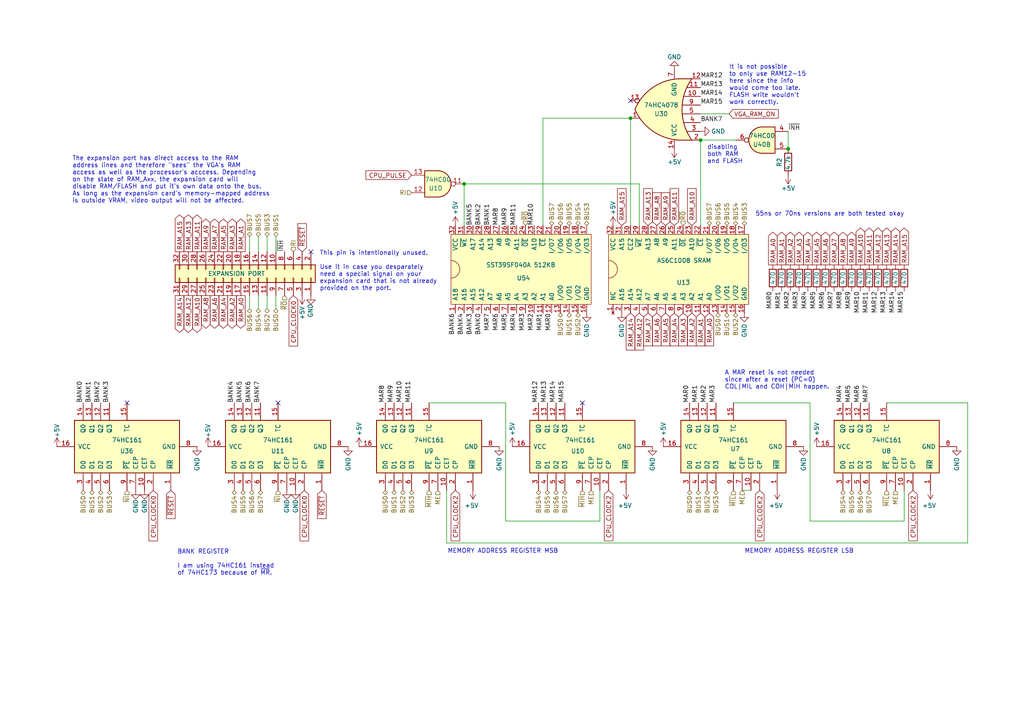
<source format=kicad_sch>
(kicad_sch (version 20211123) (generator eeschema)

  (uuid ac9d14d1-e008-45ac-b599-c8304f1fedd2)

  (paper "A4")

  (title_block
    (title "RAM, ROM and MAR")
    (date "2023-06-22")
    (rev "1.2")
    (comment 2 "creativecommons.org/licenses/by-nc-sa/4.0/")
    (comment 3 "This work is licensed under CC BY-NC-SA 4.0")
    (comment 4 "Author: Carsten Herting (slu4)")
  )

  (lib_symbols
    (symbol "74xx:74HC00" (pin_names (offset 1.016)) (in_bom yes) (on_board yes)
      (property "Reference" "U" (id 0) (at 0 1.27 0)
        (effects (font (size 1.27 1.27)))
      )
      (property "Value" "74HC00" (id 1) (at 0 -1.27 0)
        (effects (font (size 1.27 1.27)))
      )
      (property "Footprint" "" (id 2) (at 0 0 0)
        (effects (font (size 1.27 1.27)) hide)
      )
      (property "Datasheet" "http://www.ti.com/lit/gpn/sn74hc00" (id 3) (at 0 0 0)
        (effects (font (size 1.27 1.27)) hide)
      )
      (property "ki_locked" "" (id 4) (at 0 0 0)
        (effects (font (size 1.27 1.27)))
      )
      (property "ki_keywords" "HCMOS nand 2-input" (id 5) (at 0 0 0)
        (effects (font (size 1.27 1.27)) hide)
      )
      (property "ki_description" "quad 2-input NAND gate" (id 6) (at 0 0 0)
        (effects (font (size 1.27 1.27)) hide)
      )
      (property "ki_fp_filters" "DIP*W7.62mm* SO14*" (id 7) (at 0 0 0)
        (effects (font (size 1.27 1.27)) hide)
      )
      (symbol "74HC00_1_1"
        (arc (start 0 -3.81) (mid 3.81 0) (end 0 3.81)
          (stroke (width 0.254) (type default) (color 0 0 0 0))
          (fill (type background))
        )
        (polyline
          (pts
            (xy 0 3.81)
            (xy -3.81 3.81)
            (xy -3.81 -3.81)
            (xy 0 -3.81)
          )
          (stroke (width 0.254) (type default) (color 0 0 0 0))
          (fill (type background))
        )
        (pin input line (at -7.62 2.54 0) (length 3.81)
          (name "~" (effects (font (size 1.27 1.27))))
          (number "1" (effects (font (size 1.27 1.27))))
        )
        (pin input line (at -7.62 -2.54 0) (length 3.81)
          (name "~" (effects (font (size 1.27 1.27))))
          (number "2" (effects (font (size 1.27 1.27))))
        )
        (pin output inverted (at 7.62 0 180) (length 3.81)
          (name "~" (effects (font (size 1.27 1.27))))
          (number "3" (effects (font (size 1.27 1.27))))
        )
      )
      (symbol "74HC00_1_2"
        (arc (start -3.81 -3.81) (mid -2.589 0) (end -3.81 3.81)
          (stroke (width 0.254) (type default) (color 0 0 0 0))
          (fill (type none))
        )
        (arc (start -0.6096 -3.81) (mid 2.1842 -2.5851) (end 3.81 0)
          (stroke (width 0.254) (type default) (color 0 0 0 0))
          (fill (type background))
        )
        (polyline
          (pts
            (xy -3.81 -3.81)
            (xy -0.635 -3.81)
          )
          (stroke (width 0.254) (type default) (color 0 0 0 0))
          (fill (type background))
        )
        (polyline
          (pts
            (xy -3.81 3.81)
            (xy -0.635 3.81)
          )
          (stroke (width 0.254) (type default) (color 0 0 0 0))
          (fill (type background))
        )
        (polyline
          (pts
            (xy -0.635 3.81)
            (xy -3.81 3.81)
            (xy -3.81 3.81)
            (xy -3.556 3.4036)
            (xy -3.0226 2.2606)
            (xy -2.6924 1.0414)
            (xy -2.6162 -0.254)
            (xy -2.7686 -1.4986)
            (xy -3.175 -2.7178)
            (xy -3.81 -3.81)
            (xy -3.81 -3.81)
            (xy -0.635 -3.81)
          )
          (stroke (width -25.4) (type default) (color 0 0 0 0))
          (fill (type background))
        )
        (arc (start 3.81 0) (mid 2.1915 2.5936) (end -0.6096 3.81)
          (stroke (width 0.254) (type default) (color 0 0 0 0))
          (fill (type background))
        )
        (pin input inverted (at -7.62 2.54 0) (length 4.318)
          (name "~" (effects (font (size 1.27 1.27))))
          (number "1" (effects (font (size 1.27 1.27))))
        )
        (pin input inverted (at -7.62 -2.54 0) (length 4.318)
          (name "~" (effects (font (size 1.27 1.27))))
          (number "2" (effects (font (size 1.27 1.27))))
        )
        (pin output line (at 7.62 0 180) (length 3.81)
          (name "~" (effects (font (size 1.27 1.27))))
          (number "3" (effects (font (size 1.27 1.27))))
        )
      )
      (symbol "74HC00_2_1"
        (arc (start 0 -3.81) (mid 3.81 0) (end 0 3.81)
          (stroke (width 0.254) (type default) (color 0 0 0 0))
          (fill (type background))
        )
        (polyline
          (pts
            (xy 0 3.81)
            (xy -3.81 3.81)
            (xy -3.81 -3.81)
            (xy 0 -3.81)
          )
          (stroke (width 0.254) (type default) (color 0 0 0 0))
          (fill (type background))
        )
        (pin input line (at -7.62 2.54 0) (length 3.81)
          (name "~" (effects (font (size 1.27 1.27))))
          (number "4" (effects (font (size 1.27 1.27))))
        )
        (pin input line (at -7.62 -2.54 0) (length 3.81)
          (name "~" (effects (font (size 1.27 1.27))))
          (number "5" (effects (font (size 1.27 1.27))))
        )
        (pin output inverted (at 7.62 0 180) (length 3.81)
          (name "~" (effects (font (size 1.27 1.27))))
          (number "6" (effects (font (size 1.27 1.27))))
        )
      )
      (symbol "74HC00_2_2"
        (arc (start -3.81 -3.81) (mid -2.589 0) (end -3.81 3.81)
          (stroke (width 0.254) (type default) (color 0 0 0 0))
          (fill (type none))
        )
        (arc (start -0.6096 -3.81) (mid 2.1842 -2.5851) (end 3.81 0)
          (stroke (width 0.254) (type default) (color 0 0 0 0))
          (fill (type background))
        )
        (polyline
          (pts
            (xy -3.81 -3.81)
            (xy -0.635 -3.81)
          )
          (stroke (width 0.254) (type default) (color 0 0 0 0))
          (fill (type background))
        )
        (polyline
          (pts
            (xy -3.81 3.81)
            (xy -0.635 3.81)
          )
          (stroke (width 0.254) (type default) (color 0 0 0 0))
          (fill (type background))
        )
        (polyline
          (pts
            (xy -0.635 3.81)
            (xy -3.81 3.81)
            (xy -3.81 3.81)
            (xy -3.556 3.4036)
            (xy -3.0226 2.2606)
            (xy -2.6924 1.0414)
            (xy -2.6162 -0.254)
            (xy -2.7686 -1.4986)
            (xy -3.175 -2.7178)
            (xy -3.81 -3.81)
            (xy -3.81 -3.81)
            (xy -0.635 -3.81)
          )
          (stroke (width -25.4) (type default) (color 0 0 0 0))
          (fill (type background))
        )
        (arc (start 3.81 0) (mid 2.1915 2.5936) (end -0.6096 3.81)
          (stroke (width 0.254) (type default) (color 0 0 0 0))
          (fill (type background))
        )
        (pin input inverted (at -7.62 2.54 0) (length 4.318)
          (name "~" (effects (font (size 1.27 1.27))))
          (number "4" (effects (font (size 1.27 1.27))))
        )
        (pin input inverted (at -7.62 -2.54 0) (length 4.318)
          (name "~" (effects (font (size 1.27 1.27))))
          (number "5" (effects (font (size 1.27 1.27))))
        )
        (pin output line (at 7.62 0 180) (length 3.81)
          (name "~" (effects (font (size 1.27 1.27))))
          (number "6" (effects (font (size 1.27 1.27))))
        )
      )
      (symbol "74HC00_3_1"
        (arc (start 0 -3.81) (mid 3.81 0) (end 0 3.81)
          (stroke (width 0.254) (type default) (color 0 0 0 0))
          (fill (type background))
        )
        (polyline
          (pts
            (xy 0 3.81)
            (xy -3.81 3.81)
            (xy -3.81 -3.81)
            (xy 0 -3.81)
          )
          (stroke (width 0.254) (type default) (color 0 0 0 0))
          (fill (type background))
        )
        (pin input line (at -7.62 -2.54 0) (length 3.81)
          (name "~" (effects (font (size 1.27 1.27))))
          (number "10" (effects (font (size 1.27 1.27))))
        )
        (pin output inverted (at 7.62 0 180) (length 3.81)
          (name "~" (effects (font (size 1.27 1.27))))
          (number "8" (effects (font (size 1.27 1.27))))
        )
        (pin input line (at -7.62 2.54 0) (length 3.81)
          (name "~" (effects (font (size 1.27 1.27))))
          (number "9" (effects (font (size 1.27 1.27))))
        )
      )
      (symbol "74HC00_3_2"
        (arc (start -3.81 -3.81) (mid -2.589 0) (end -3.81 3.81)
          (stroke (width 0.254) (type default) (color 0 0 0 0))
          (fill (type none))
        )
        (arc (start -0.6096 -3.81) (mid 2.1842 -2.5851) (end 3.81 0)
          (stroke (width 0.254) (type default) (color 0 0 0 0))
          (fill (type background))
        )
        (polyline
          (pts
            (xy -3.81 -3.81)
            (xy -0.635 -3.81)
          )
          (stroke (width 0.254) (type default) (color 0 0 0 0))
          (fill (type background))
        )
        (polyline
          (pts
            (xy -3.81 3.81)
            (xy -0.635 3.81)
          )
          (stroke (width 0.254) (type default) (color 0 0 0 0))
          (fill (type background))
        )
        (polyline
          (pts
            (xy -0.635 3.81)
            (xy -3.81 3.81)
            (xy -3.81 3.81)
            (xy -3.556 3.4036)
            (xy -3.0226 2.2606)
            (xy -2.6924 1.0414)
            (xy -2.6162 -0.254)
            (xy -2.7686 -1.4986)
            (xy -3.175 -2.7178)
            (xy -3.81 -3.81)
            (xy -3.81 -3.81)
            (xy -0.635 -3.81)
          )
          (stroke (width -25.4) (type default) (color 0 0 0 0))
          (fill (type background))
        )
        (arc (start 3.81 0) (mid 2.1915 2.5936) (end -0.6096 3.81)
          (stroke (width 0.254) (type default) (color 0 0 0 0))
          (fill (type background))
        )
        (pin input inverted (at -7.62 -2.54 0) (length 4.318)
          (name "~" (effects (font (size 1.27 1.27))))
          (number "10" (effects (font (size 1.27 1.27))))
        )
        (pin output line (at 7.62 0 180) (length 3.81)
          (name "~" (effects (font (size 1.27 1.27))))
          (number "8" (effects (font (size 1.27 1.27))))
        )
        (pin input inverted (at -7.62 2.54 0) (length 4.318)
          (name "~" (effects (font (size 1.27 1.27))))
          (number "9" (effects (font (size 1.27 1.27))))
        )
      )
      (symbol "74HC00_4_1"
        (arc (start 0 -3.81) (mid 3.81 0) (end 0 3.81)
          (stroke (width 0.254) (type default) (color 0 0 0 0))
          (fill (type background))
        )
        (polyline
          (pts
            (xy 0 3.81)
            (xy -3.81 3.81)
            (xy -3.81 -3.81)
            (xy 0 -3.81)
          )
          (stroke (width 0.254) (type default) (color 0 0 0 0))
          (fill (type background))
        )
        (pin output inverted (at 7.62 0 180) (length 3.81)
          (name "~" (effects (font (size 1.27 1.27))))
          (number "11" (effects (font (size 1.27 1.27))))
        )
        (pin input line (at -7.62 2.54 0) (length 3.81)
          (name "~" (effects (font (size 1.27 1.27))))
          (number "12" (effects (font (size 1.27 1.27))))
        )
        (pin input line (at -7.62 -2.54 0) (length 3.81)
          (name "~" (effects (font (size 1.27 1.27))))
          (number "13" (effects (font (size 1.27 1.27))))
        )
      )
      (symbol "74HC00_4_2"
        (arc (start -3.81 -3.81) (mid -2.589 0) (end -3.81 3.81)
          (stroke (width 0.254) (type default) (color 0 0 0 0))
          (fill (type none))
        )
        (arc (start -0.6096 -3.81) (mid 2.1842 -2.5851) (end 3.81 0)
          (stroke (width 0.254) (type default) (color 0 0 0 0))
          (fill (type background))
        )
        (polyline
          (pts
            (xy -3.81 -3.81)
            (xy -0.635 -3.81)
          )
          (stroke (width 0.254) (type default) (color 0 0 0 0))
          (fill (type background))
        )
        (polyline
          (pts
            (xy -3.81 3.81)
            (xy -0.635 3.81)
          )
          (stroke (width 0.254) (type default) (color 0 0 0 0))
          (fill (type background))
        )
        (polyline
          (pts
            (xy -0.635 3.81)
            (xy -3.81 3.81)
            (xy -3.81 3.81)
            (xy -3.556 3.4036)
            (xy -3.0226 2.2606)
            (xy -2.6924 1.0414)
            (xy -2.6162 -0.254)
            (xy -2.7686 -1.4986)
            (xy -3.175 -2.7178)
            (xy -3.81 -3.81)
            (xy -3.81 -3.81)
            (xy -0.635 -3.81)
          )
          (stroke (width -25.4) (type default) (color 0 0 0 0))
          (fill (type background))
        )
        (arc (start 3.81 0) (mid 2.1915 2.5936) (end -0.6096 3.81)
          (stroke (width 0.254) (type default) (color 0 0 0 0))
          (fill (type background))
        )
        (pin output line (at 7.62 0 180) (length 3.81)
          (name "~" (effects (font (size 1.27 1.27))))
          (number "11" (effects (font (size 1.27 1.27))))
        )
        (pin input inverted (at -7.62 2.54 0) (length 4.318)
          (name "~" (effects (font (size 1.27 1.27))))
          (number "12" (effects (font (size 1.27 1.27))))
        )
        (pin input inverted (at -7.62 -2.54 0) (length 4.318)
          (name "~" (effects (font (size 1.27 1.27))))
          (number "13" (effects (font (size 1.27 1.27))))
        )
      )
      (symbol "74HC00_5_0"
        (pin power_in line (at 0 12.7 270) (length 5.08)
          (name "VCC" (effects (font (size 1.27 1.27))))
          (number "14" (effects (font (size 1.27 1.27))))
        )
        (pin power_in line (at 0 -12.7 90) (length 5.08)
          (name "GND" (effects (font (size 1.27 1.27))))
          (number "7" (effects (font (size 1.27 1.27))))
        )
      )
      (symbol "74HC00_5_1"
        (rectangle (start -5.08 7.62) (end 5.08 -7.62)
          (stroke (width 0.254) (type default) (color 0 0 0 0))
          (fill (type background))
        )
      )
    )
    (symbol "8-Bit CPU 32k:74HC161" (pin_names (offset 1.016)) (in_bom yes) (on_board yes)
      (property "Reference" "U" (id 0) (at -7.62 16.51 0)
        (effects (font (size 1.27 1.27)))
      )
      (property "Value" "74HC161" (id 1) (at -7.62 -16.51 0)
        (effects (font (size 1.27 1.27)))
      )
      (property "Footprint" "" (id 2) (at 0 0 0)
        (effects (font (size 1.27 1.27)) hide)
      )
      (property "Datasheet" "http://www.ti.com/lit/gpn/sn74LS161" (id 3) (at 0 0 0)
        (effects (font (size 1.27 1.27)) hide)
      )
      (property "ki_locked" "" (id 4) (at 0 0 0)
        (effects (font (size 1.27 1.27)))
      )
      (property "ki_keywords" "TTL CNT CNT4" (id 5) (at 0 0 0)
        (effects (font (size 1.27 1.27)) hide)
      )
      (property "ki_description" "Synchronous 4-bit programmable binary Counter" (id 6) (at 0 0 0)
        (effects (font (size 1.27 1.27)) hide)
      )
      (property "ki_fp_filters" "DIP?16*" (id 7) (at 0 0 0)
        (effects (font (size 1.27 1.27)) hide)
      )
      (symbol "74HC161_1_0"
        (pin input line (at -12.7 -12.7 0) (length 5.08)
          (name "~{MR}" (effects (font (size 1.27 1.27))))
          (number "1" (effects (font (size 1.27 1.27))))
        )
        (pin input line (at -12.7 -5.08 0) (length 5.08)
          (name "CET" (effects (font (size 1.27 1.27))))
          (number "10" (effects (font (size 1.27 1.27))))
        )
        (pin output line (at 12.7 5.08 180) (length 5.08)
          (name "Q3" (effects (font (size 1.27 1.27))))
          (number "11" (effects (font (size 1.27 1.27))))
        )
        (pin output line (at 12.7 7.62 180) (length 5.08)
          (name "Q2" (effects (font (size 1.27 1.27))))
          (number "12" (effects (font (size 1.27 1.27))))
        )
        (pin output line (at 12.7 10.16 180) (length 5.08)
          (name "Q1" (effects (font (size 1.27 1.27))))
          (number "13" (effects (font (size 1.27 1.27))))
        )
        (pin output line (at 12.7 12.7 180) (length 5.08)
          (name "Q0" (effects (font (size 1.27 1.27))))
          (number "14" (effects (font (size 1.27 1.27))))
        )
        (pin output line (at 12.7 0 180) (length 5.08)
          (name "TC" (effects (font (size 1.27 1.27))))
          (number "15" (effects (font (size 1.27 1.27))))
        )
        (pin power_in line (at 0 20.32 270) (length 5.08)
          (name "VCC" (effects (font (size 1.27 1.27))))
          (number "16" (effects (font (size 1.27 1.27))))
        )
        (pin input line (at -12.7 -7.62 0) (length 5.08)
          (name "CP" (effects (font (size 1.27 1.27))))
          (number "2" (effects (font (size 1.27 1.27))))
        )
        (pin input line (at -12.7 12.7 0) (length 5.08)
          (name "D0" (effects (font (size 1.27 1.27))))
          (number "3" (effects (font (size 1.27 1.27))))
        )
        (pin input line (at -12.7 10.16 0) (length 5.08)
          (name "D1" (effects (font (size 1.27 1.27))))
          (number "4" (effects (font (size 1.27 1.27))))
        )
        (pin input line (at -12.7 7.62 0) (length 5.08)
          (name "D2" (effects (font (size 1.27 1.27))))
          (number "5" (effects (font (size 1.27 1.27))))
        )
        (pin input line (at -12.7 5.08 0) (length 5.08)
          (name "D3" (effects (font (size 1.27 1.27))))
          (number "6" (effects (font (size 1.27 1.27))))
        )
        (pin input line (at -12.7 -2.54 0) (length 5.08)
          (name "CEP" (effects (font (size 1.27 1.27))))
          (number "7" (effects (font (size 1.27 1.27))))
        )
        (pin power_in line (at 0 -20.32 90) (length 5.08)
          (name "GND" (effects (font (size 1.27 1.27))))
          (number "8" (effects (font (size 1.27 1.27))))
        )
        (pin input line (at -12.7 0 0) (length 5.08)
          (name "~{PE}" (effects (font (size 1.27 1.27))))
          (number "9" (effects (font (size 1.27 1.27))))
        )
      )
      (symbol "74HC161_1_1"
        (rectangle (start -7.62 15.24) (end 7.62 -15.24)
          (stroke (width 0.254) (type default) (color 0 0 0 0))
          (fill (type background))
        )
      )
    )
    (symbol "8-Bit CPU 32k:74HC4078" (pin_names (offset 1.016)) (in_bom yes) (on_board yes)
      (property "Reference" "U" (id 0) (at 3.81 -1.27 0)
        (effects (font (size 1.27 1.27)))
      )
      (property "Value" "74HC4078" (id 1) (at 3.81 1.27 0)
        (effects (font (size 1.27 1.27)))
      )
      (property "Footprint" "" (id 2) (at -5.08 -5.08 0)
        (effects (font (size 1.27 1.27)) hide)
      )
      (property "Datasheet" "" (id 3) (at -5.08 -5.08 0)
        (effects (font (size 1.27 1.27)) hide)
      )
      (property "ki_fp_filters" "DIP?12*" (id 4) (at 0 0 0)
        (effects (font (size 1.27 1.27)) hide)
      )
      (symbol "74HC4078_1_0"
        (pin power_in line (at 0 11.43 270) (length 2.54)
          (name "VCC" (effects (font (size 1.27 1.27))))
          (number "14" (effects (font (size 1.27 1.27))))
        )
        (pin no_connect line (at 5.08 -12.7 90) (length 5.588) hide
          (name "~" (effects (font (size 1.27 1.27))))
          (number "6" (effects (font (size 1.27 1.27))))
        )
        (pin power_in line (at 0 -11.43 90) (length 2.54)
          (name "GND" (effects (font (size 1.27 1.27))))
          (number "7" (effects (font (size 1.27 1.27))))
        )
        (pin no_connect line (at 5.08 12.7 270) (length 5.588) hide
          (name "~" (effects (font (size 1.27 1.27))))
          (number "8" (effects (font (size 1.27 1.27))))
        )
      )
      (symbol "74HC4078_1_1"
        (arc (start -5.08 -8.89) (mid -2.2344 0) (end -5.08 8.89)
          (stroke (width 0.254) (type default) (color 0 0 0 0))
          (fill (type none))
        )
        (arc (start -1.27 -8.89) (mid 6.3678 -6.2847) (end 11.43 0)
          (stroke (width 0.254) (type default) (color 0 0 0 0))
          (fill (type background))
        )
        (polyline
          (pts
            (xy -5.08 -8.89)
            (xy -1.27 -8.89)
          )
          (stroke (width 0.254) (type default) (color 0 0 0 0))
          (fill (type background))
        )
        (polyline
          (pts
            (xy -5.08 8.89)
            (xy -1.27 8.89)
          )
          (stroke (width 0.254) (type default) (color 0 0 0 0))
          (fill (type background))
        )
        (polyline
          (pts
            (xy -1.27 8.89)
            (xy -5.08 8.89)
            (xy -5.08 8.89)
            (xy -3.81 6.858)
            (xy -3.048 5.334)
            (xy -2.54 2.54)
            (xy -2.286 0)
            (xy -2.54 -3.175)
            (xy -3.556 -6.096)
            (xy -5.08 -8.89)
            (xy -5.08 -8.89)
            (xy -1.27 -8.89)
          )
          (stroke (width -25.4) (type default) (color 0 0 0 0))
          (fill (type background))
        )
        (arc (start 11.43 0) (mid 6.3244 6.2228) (end -1.27 8.89)
          (stroke (width 0.254) (type default) (color 0 0 0 0))
          (fill (type background))
        )
        (pin output line (at 12.7 2.54 180) (length 2.54)
          (name "~" (effects (font (size 1.27 1.27))))
          (number "1" (effects (font (size 1.27 1.27))))
        )
        (pin input line (at -7.62 -3.81 0) (length 4.826)
          (name "~" (effects (font (size 1.27 1.27))))
          (number "10" (effects (font (size 1.27 1.27))))
        )
        (pin input line (at -7.62 -6.35 0) (length 3.937)
          (name "~" (effects (font (size 1.27 1.27))))
          (number "11" (effects (font (size 1.27 1.27))))
        )
        (pin input line (at -7.62 -8.89 0) (length 2.54)
          (name "~" (effects (font (size 1.27 1.27))))
          (number "12" (effects (font (size 1.27 1.27))))
        )
        (pin output inverted (at 12.7 -2.54 180) (length 2.54)
          (name "~" (effects (font (size 1.27 1.27))))
          (number "13" (effects (font (size 1.27 1.27))))
        )
        (pin input line (at -7.62 8.89 0) (length 2.54)
          (name "~" (effects (font (size 1.27 1.27))))
          (number "2" (effects (font (size 1.27 1.27))))
        )
        (pin input line (at -7.62 6.35 0) (length 3.937)
          (name "~" (effects (font (size 1.27 1.27))))
          (number "3" (effects (font (size 1.27 1.27))))
        )
        (pin input line (at -7.62 3.81 0) (length 4.826)
          (name "~" (effects (font (size 1.27 1.27))))
          (number "4" (effects (font (size 1.27 1.27))))
        )
        (pin input line (at -7.62 1.27 0) (length 5.334)
          (name "~" (effects (font (size 1.27 1.27))))
          (number "5" (effects (font (size 1.27 1.27))))
        )
        (pin input line (at -7.62 -1.27 0) (length 5.334)
          (name "~" (effects (font (size 1.27 1.27))))
          (number "9" (effects (font (size 1.27 1.27))))
        )
      )
      (symbol "74HC4078_1_2"
        (arc (start -3.81 -4.445) (mid -2.5908 0) (end -3.81 4.445)
          (stroke (width 0.254) (type default) (color 0 0 0 0))
          (fill (type none))
        )
        (arc (start -0.6096 -4.445) (mid 2.2246 -2.8422) (end 3.81 0)
          (stroke (width 0.254) (type default) (color 0 0 0 0))
          (fill (type background))
        )
        (polyline
          (pts
            (xy -3.81 -4.445)
            (xy -0.635 -4.445)
          )
          (stroke (width 0.254) (type default) (color 0 0 0 0))
          (fill (type background))
        )
        (polyline
          (pts
            (xy -3.81 4.445)
            (xy -0.635 4.445)
          )
          (stroke (width 0.254) (type default) (color 0 0 0 0))
          (fill (type background))
        )
        (polyline
          (pts
            (xy -0.635 4.445)
            (xy -3.81 4.445)
            (xy -3.81 4.445)
            (xy -3.6322 4.0894)
            (xy -3.0988 2.921)
            (xy -2.7686 1.6764)
            (xy -2.6162 0.4318)
            (xy -2.6416 -0.8636)
            (xy -2.8702 -2.1082)
            (xy -3.2512 -3.3274)
            (xy -3.81 -4.445)
            (xy -3.81 -4.445)
            (xy -0.635 -4.445)
          )
          (stroke (width -25.4) (type default) (color 0 0 0 0))
          (fill (type background))
        )
        (arc (start 3.81 0) (mid 2.2204 2.8379) (end -0.6096 4.445)
          (stroke (width 0.254) (type default) (color 0 0 0 0))
          (fill (type background))
        )
        (pin input inverted (at -7.62 3.81 0) (length 3.81)
          (name "~" (effects (font (size 1.27 1.27))))
          (number "1" (effects (font (size 1.27 1.27))))
        )
        (pin input inverted (at -7.62 1.27 0) (length 4.826)
          (name "~" (effects (font (size 1.27 1.27))))
          (number "2" (effects (font (size 1.27 1.27))))
        )
        (pin input inverted (at -7.62 -1.27 0) (length 4.826)
          (name "~" (effects (font (size 1.27 1.27))))
          (number "4" (effects (font (size 1.27 1.27))))
        )
        (pin input inverted (at -7.62 -3.81 0) (length 3.81)
          (name "~" (effects (font (size 1.27 1.27))))
          (number "5" (effects (font (size 1.27 1.27))))
        )
        (pin output inverted (at 7.62 0 180) (length 3.81)
          (name "~" (effects (font (size 1.27 1.27))))
          (number "6" (effects (font (size 1.27 1.27))))
        )
      )
    )
    (symbol "8-Bit CPU 32k:AS6C1008" (pin_names (offset 1.016)) (in_bom yes) (on_board yes)
      (property "Reference" "U" (id 0) (at -1.27 2.54 90)
        (effects (font (size 1.27 1.27)))
      )
      (property "Value" "AS6C1008" (id 1) (at 2.54 2.54 90)
        (effects (font (size 1.27 1.27)))
      )
      (property "Footprint" "" (id 2) (at 0 0 0)
        (effects (font (size 1.27 1.27)) hide)
      )
      (property "Datasheet" "" (id 3) (at 0 0 0)
        (effects (font (size 1.27 1.27)) hide)
      )
      (symbol "AS6C1008_0_1"
        (rectangle (start -10.16 24.13) (end 10.16 -16.51)
          (stroke (width 0) (type default) (color 0 0 0 0))
          (fill (type background))
        )
        (arc (start -2.54 24.13) (mid 0 21.59) (end 2.54 24.13)
          (stroke (width 0) (type default) (color 0 0 0 0))
          (fill (type none))
        )
      )
      (symbol "AS6C1008_1_1"
        (pin no_connect line (at -12.7 22.86 0) (length 2.54)
          (name "NC" (effects (font (size 1.27 1.27))))
          (number "1" (effects (font (size 1.27 1.27))))
        )
        (pin input line (at -12.7 0 0) (length 2.54)
          (name "A2" (effects (font (size 1.27 1.27))))
          (number "10" (effects (font (size 1.27 1.27))))
        )
        (pin input line (at -12.7 -2.54 0) (length 2.54)
          (name "A1" (effects (font (size 1.27 1.27))))
          (number "11" (effects (font (size 1.27 1.27))))
        )
        (pin input line (at -12.7 -5.08 0) (length 2.54)
          (name "A0" (effects (font (size 1.27 1.27))))
          (number "12" (effects (font (size 1.27 1.27))))
        )
        (pin bidirectional line (at -12.7 -7.62 0) (length 2.54)
          (name "I/O0" (effects (font (size 1.27 1.27))))
          (number "13" (effects (font (size 1.27 1.27))))
        )
        (pin bidirectional line (at -12.7 -10.16 0) (length 2.54)
          (name "I/O1" (effects (font (size 1.27 1.27))))
          (number "14" (effects (font (size 1.27 1.27))))
        )
        (pin bidirectional line (at -12.7 -12.7 0) (length 2.54)
          (name "I/O2" (effects (font (size 1.27 1.27))))
          (number "15" (effects (font (size 1.27 1.27))))
        )
        (pin power_in line (at -12.7 -15.24 0) (length 2.54)
          (name "GND" (effects (font (size 1.27 1.27))))
          (number "16" (effects (font (size 1.27 1.27))))
        )
        (pin bidirectional line (at 12.7 -15.24 180) (length 2.54)
          (name "I/O3" (effects (font (size 1.27 1.27))))
          (number "17" (effects (font (size 1.27 1.27))))
        )
        (pin bidirectional line (at 12.7 -12.7 180) (length 2.54)
          (name "I/O4" (effects (font (size 1.27 1.27))))
          (number "18" (effects (font (size 1.27 1.27))))
        )
        (pin bidirectional line (at 12.7 -10.16 180) (length 2.54)
          (name "I/O5" (effects (font (size 1.27 1.27))))
          (number "19" (effects (font (size 1.27 1.27))))
        )
        (pin input line (at -12.7 20.32 0) (length 2.54)
          (name "A16" (effects (font (size 1.27 1.27))))
          (number "2" (effects (font (size 1.27 1.27))))
        )
        (pin bidirectional line (at 12.7 -7.62 180) (length 2.54)
          (name "I/O6" (effects (font (size 1.27 1.27))))
          (number "20" (effects (font (size 1.27 1.27))))
        )
        (pin bidirectional line (at 12.7 -5.08 180) (length 2.54)
          (name "I/O7" (effects (font (size 1.27 1.27))))
          (number "21" (effects (font (size 1.27 1.27))))
        )
        (pin input line (at 12.7 -2.54 180) (length 2.54)
          (name "~{CE}" (effects (font (size 1.27 1.27))))
          (number "22" (effects (font (size 1.27 1.27))))
        )
        (pin input line (at 12.7 0 180) (length 2.54)
          (name "A10" (effects (font (size 1.27 1.27))))
          (number "23" (effects (font (size 1.27 1.27))))
        )
        (pin input line (at 12.7 2.54 180) (length 2.54)
          (name "~{OE}" (effects (font (size 1.27 1.27))))
          (number "24" (effects (font (size 1.27 1.27))))
        )
        (pin input line (at 12.7 5.08 180) (length 2.54)
          (name "A11" (effects (font (size 1.27 1.27))))
          (number "25" (effects (font (size 1.27 1.27))))
        )
        (pin input line (at 12.7 7.62 180) (length 2.54)
          (name "A9" (effects (font (size 1.27 1.27))))
          (number "26" (effects (font (size 1.27 1.27))))
        )
        (pin input line (at 12.7 10.16 180) (length 2.54)
          (name "A8" (effects (font (size 1.27 1.27))))
          (number "27" (effects (font (size 1.27 1.27))))
        )
        (pin input line (at 12.7 12.7 180) (length 2.54)
          (name "A13" (effects (font (size 1.27 1.27))))
          (number "28" (effects (font (size 1.27 1.27))))
        )
        (pin input line (at 12.7 15.24 180) (length 2.54)
          (name "~{WE}" (effects (font (size 1.27 1.27))))
          (number "29" (effects (font (size 1.27 1.27))))
        )
        (pin input line (at -12.7 17.78 0) (length 2.54)
          (name "A14" (effects (font (size 1.27 1.27))))
          (number "3" (effects (font (size 1.27 1.27))))
        )
        (pin input line (at 12.7 17.78 180) (length 2.54)
          (name "CE2" (effects (font (size 1.27 1.27))))
          (number "30" (effects (font (size 1.27 1.27))))
        )
        (pin input line (at 12.7 20.32 180) (length 2.54)
          (name "A15" (effects (font (size 1.27 1.27))))
          (number "31" (effects (font (size 1.27 1.27))))
        )
        (pin power_in line (at 12.7 22.86 180) (length 2.54)
          (name "VCC" (effects (font (size 1.27 1.27))))
          (number "32" (effects (font (size 1.27 1.27))))
        )
        (pin input line (at -12.7 15.24 0) (length 2.54)
          (name "A12" (effects (font (size 1.27 1.27))))
          (number "4" (effects (font (size 1.27 1.27))))
        )
        (pin input line (at -12.7 12.7 0) (length 2.54)
          (name "A7" (effects (font (size 1.27 1.27))))
          (number "5" (effects (font (size 1.27 1.27))))
        )
        (pin input line (at -12.7 10.16 0) (length 2.54)
          (name "A6" (effects (font (size 1.27 1.27))))
          (number "6" (effects (font (size 1.27 1.27))))
        )
        (pin input line (at -12.7 7.62 0) (length 2.54)
          (name "A5" (effects (font (size 1.27 1.27))))
          (number "7" (effects (font (size 1.27 1.27))))
        )
        (pin input line (at -12.7 5.08 0) (length 2.54)
          (name "A4" (effects (font (size 1.27 1.27))))
          (number "8" (effects (font (size 1.27 1.27))))
        )
        (pin input line (at -12.7 2.54 0) (length 2.54)
          (name "A3" (effects (font (size 1.27 1.27))))
          (number "9" (effects (font (size 1.27 1.27))))
        )
      )
    )
    (symbol "8-Bit CPU 32k:SST39SF040A" (pin_names (offset 1.016)) (in_bom yes) (on_board yes)
      (property "Reference" "U" (id 0) (at -1.27 2.54 90)
        (effects (font (size 1.27 1.27)))
      )
      (property "Value" "SST39SF040A" (id 1) (at 2.54 2.54 90)
        (effects (font (size 1.27 1.27)))
      )
      (property "Footprint" "" (id 2) (at 0 0 0)
        (effects (font (size 1.27 1.27)) hide)
      )
      (property "Datasheet" "" (id 3) (at 0 0 0)
        (effects (font (size 1.27 1.27)) hide)
      )
      (symbol "SST39SF040A_0_1"
        (rectangle (start -10.16 24.13) (end 10.16 -16.51)
          (stroke (width 0) (type default) (color 0 0 0 0))
          (fill (type background))
        )
        (arc (start -2.54 24.13) (mid 0 21.59) (end 2.54 24.13)
          (stroke (width 0) (type default) (color 0 0 0 0))
          (fill (type none))
        )
      )
      (symbol "SST39SF040A_1_1"
        (pin input line (at -12.7 22.86 0) (length 2.54)
          (name "A18" (effects (font (size 1.27 1.27))))
          (number "1" (effects (font (size 1.27 1.27))))
        )
        (pin input line (at -12.7 0 0) (length 2.54)
          (name "A2" (effects (font (size 1.27 1.27))))
          (number "10" (effects (font (size 1.27 1.27))))
        )
        (pin input line (at -12.7 -2.54 0) (length 2.54)
          (name "A1" (effects (font (size 1.27 1.27))))
          (number "11" (effects (font (size 1.27 1.27))))
        )
        (pin input line (at -12.7 -5.08 0) (length 2.54)
          (name "A0" (effects (font (size 1.27 1.27))))
          (number "12" (effects (font (size 1.27 1.27))))
        )
        (pin bidirectional line (at -12.7 -7.62 0) (length 2.54)
          (name "I/O0" (effects (font (size 1.27 1.27))))
          (number "13" (effects (font (size 1.27 1.27))))
        )
        (pin bidirectional line (at -12.7 -10.16 0) (length 2.54)
          (name "I/O1" (effects (font (size 1.27 1.27))))
          (number "14" (effects (font (size 1.27 1.27))))
        )
        (pin bidirectional line (at -12.7 -12.7 0) (length 2.54)
          (name "I/O2" (effects (font (size 1.27 1.27))))
          (number "15" (effects (font (size 1.27 1.27))))
        )
        (pin power_in line (at -12.7 -15.24 0) (length 2.54)
          (name "GND" (effects (font (size 1.27 1.27))))
          (number "16" (effects (font (size 1.27 1.27))))
        )
        (pin bidirectional line (at 12.7 -15.24 180) (length 2.54)
          (name "I/O3" (effects (font (size 1.27 1.27))))
          (number "17" (effects (font (size 1.27 1.27))))
        )
        (pin bidirectional line (at 12.7 -12.7 180) (length 2.54)
          (name "I/O4" (effects (font (size 1.27 1.27))))
          (number "18" (effects (font (size 1.27 1.27))))
        )
        (pin bidirectional line (at 12.7 -10.16 180) (length 2.54)
          (name "I/O5" (effects (font (size 1.27 1.27))))
          (number "19" (effects (font (size 1.27 1.27))))
        )
        (pin input line (at -12.7 20.32 0) (length 2.54)
          (name "A16" (effects (font (size 1.27 1.27))))
          (number "2" (effects (font (size 1.27 1.27))))
        )
        (pin bidirectional line (at 12.7 -7.62 180) (length 2.54)
          (name "I/O6" (effects (font (size 1.27 1.27))))
          (number "20" (effects (font (size 1.27 1.27))))
        )
        (pin bidirectional line (at 12.7 -5.08 180) (length 2.54)
          (name "I/O7" (effects (font (size 1.27 1.27))))
          (number "21" (effects (font (size 1.27 1.27))))
        )
        (pin input line (at 12.7 -2.54 180) (length 2.54)
          (name "~{CE}" (effects (font (size 1.27 1.27))))
          (number "22" (effects (font (size 1.27 1.27))))
        )
        (pin input line (at 12.7 0 180) (length 2.54)
          (name "A10" (effects (font (size 1.27 1.27))))
          (number "23" (effects (font (size 1.27 1.27))))
        )
        (pin input line (at 12.7 2.54 180) (length 2.54)
          (name "~{OE}" (effects (font (size 1.27 1.27))))
          (number "24" (effects (font (size 1.27 1.27))))
        )
        (pin input line (at 12.7 5.08 180) (length 2.54)
          (name "A11" (effects (font (size 1.27 1.27))))
          (number "25" (effects (font (size 1.27 1.27))))
        )
        (pin input line (at 12.7 7.62 180) (length 2.54)
          (name "A9" (effects (font (size 1.27 1.27))))
          (number "26" (effects (font (size 1.27 1.27))))
        )
        (pin input line (at 12.7 10.16 180) (length 2.54)
          (name "A8" (effects (font (size 1.27 1.27))))
          (number "27" (effects (font (size 1.27 1.27))))
        )
        (pin input line (at 12.7 12.7 180) (length 2.54)
          (name "A13" (effects (font (size 1.27 1.27))))
          (number "28" (effects (font (size 1.27 1.27))))
        )
        (pin input line (at 12.7 15.24 180) (length 2.54)
          (name "A14" (effects (font (size 1.27 1.27))))
          (number "29" (effects (font (size 1.27 1.27))))
        )
        (pin input line (at -12.7 17.78 0) (length 2.54)
          (name "A15" (effects (font (size 1.27 1.27))))
          (number "3" (effects (font (size 1.27 1.27))))
        )
        (pin input line (at 12.7 17.78 180) (length 2.54)
          (name "A17" (effects (font (size 1.27 1.27))))
          (number "30" (effects (font (size 1.27 1.27))))
        )
        (pin input line (at 12.7 20.32 180) (length 2.54)
          (name "~{WE}" (effects (font (size 1.27 1.27))))
          (number "31" (effects (font (size 1.27 1.27))))
        )
        (pin power_in line (at 12.7 22.86 180) (length 2.54)
          (name "VCC" (effects (font (size 1.27 1.27))))
          (number "32" (effects (font (size 1.27 1.27))))
        )
        (pin input line (at -12.7 15.24 0) (length 2.54)
          (name "A12" (effects (font (size 1.27 1.27))))
          (number "4" (effects (font (size 1.27 1.27))))
        )
        (pin input line (at -12.7 12.7 0) (length 2.54)
          (name "A7" (effects (font (size 1.27 1.27))))
          (number "5" (effects (font (size 1.27 1.27))))
        )
        (pin input line (at -12.7 10.16 0) (length 2.54)
          (name "A6" (effects (font (size 1.27 1.27))))
          (number "6" (effects (font (size 1.27 1.27))))
        )
        (pin input line (at -12.7 7.62 0) (length 2.54)
          (name "A5" (effects (font (size 1.27 1.27))))
          (number "7" (effects (font (size 1.27 1.27))))
        )
        (pin input line (at -12.7 5.08 0) (length 2.54)
          (name "A4" (effects (font (size 1.27 1.27))))
          (number "8" (effects (font (size 1.27 1.27))))
        )
        (pin input line (at -12.7 2.54 0) (length 2.54)
          (name "A3" (effects (font (size 1.27 1.27))))
          (number "9" (effects (font (size 1.27 1.27))))
        )
      )
    )
    (symbol "Connector_Generic:Conn_02x16_Odd_Even" (pin_names (offset 1.016) hide) (in_bom yes) (on_board yes)
      (property "Reference" "J" (id 0) (at 1.27 20.32 0)
        (effects (font (size 1.27 1.27)))
      )
      (property "Value" "Conn_02x16_Odd_Even" (id 1) (at 1.27 -22.86 0)
        (effects (font (size 1.27 1.27)))
      )
      (property "Footprint" "" (id 2) (at 0 0 0)
        (effects (font (size 1.27 1.27)) hide)
      )
      (property "Datasheet" "~" (id 3) (at 0 0 0)
        (effects (font (size 1.27 1.27)) hide)
      )
      (property "ki_keywords" "connector" (id 4) (at 0 0 0)
        (effects (font (size 1.27 1.27)) hide)
      )
      (property "ki_description" "Generic connector, double row, 02x16, odd/even pin numbering scheme (row 1 odd numbers, row 2 even numbers), script generated (kicad-library-utils/schlib/autogen/connector/)" (id 5) (at 0 0 0)
        (effects (font (size 1.27 1.27)) hide)
      )
      (property "ki_fp_filters" "Connector*:*_2x??_*" (id 6) (at 0 0 0)
        (effects (font (size 1.27 1.27)) hide)
      )
      (symbol "Conn_02x16_Odd_Even_1_1"
        (rectangle (start -1.27 -20.193) (end 0 -20.447)
          (stroke (width 0.1524) (type default) (color 0 0 0 0))
          (fill (type none))
        )
        (rectangle (start -1.27 -17.653) (end 0 -17.907)
          (stroke (width 0.1524) (type default) (color 0 0 0 0))
          (fill (type none))
        )
        (rectangle (start -1.27 -15.113) (end 0 -15.367)
          (stroke (width 0.1524) (type default) (color 0 0 0 0))
          (fill (type none))
        )
        (rectangle (start -1.27 -12.573) (end 0 -12.827)
          (stroke (width 0.1524) (type default) (color 0 0 0 0))
          (fill (type none))
        )
        (rectangle (start -1.27 -10.033) (end 0 -10.287)
          (stroke (width 0.1524) (type default) (color 0 0 0 0))
          (fill (type none))
        )
        (rectangle (start -1.27 -7.493) (end 0 -7.747)
          (stroke (width 0.1524) (type default) (color 0 0 0 0))
          (fill (type none))
        )
        (rectangle (start -1.27 -4.953) (end 0 -5.207)
          (stroke (width 0.1524) (type default) (color 0 0 0 0))
          (fill (type none))
        )
        (rectangle (start -1.27 -2.413) (end 0 -2.667)
          (stroke (width 0.1524) (type default) (color 0 0 0 0))
          (fill (type none))
        )
        (rectangle (start -1.27 0.127) (end 0 -0.127)
          (stroke (width 0.1524) (type default) (color 0 0 0 0))
          (fill (type none))
        )
        (rectangle (start -1.27 2.667) (end 0 2.413)
          (stroke (width 0.1524) (type default) (color 0 0 0 0))
          (fill (type none))
        )
        (rectangle (start -1.27 5.207) (end 0 4.953)
          (stroke (width 0.1524) (type default) (color 0 0 0 0))
          (fill (type none))
        )
        (rectangle (start -1.27 7.747) (end 0 7.493)
          (stroke (width 0.1524) (type default) (color 0 0 0 0))
          (fill (type none))
        )
        (rectangle (start -1.27 10.287) (end 0 10.033)
          (stroke (width 0.1524) (type default) (color 0 0 0 0))
          (fill (type none))
        )
        (rectangle (start -1.27 12.827) (end 0 12.573)
          (stroke (width 0.1524) (type default) (color 0 0 0 0))
          (fill (type none))
        )
        (rectangle (start -1.27 15.367) (end 0 15.113)
          (stroke (width 0.1524) (type default) (color 0 0 0 0))
          (fill (type none))
        )
        (rectangle (start -1.27 17.907) (end 0 17.653)
          (stroke (width 0.1524) (type default) (color 0 0 0 0))
          (fill (type none))
        )
        (rectangle (start -1.27 19.05) (end 3.81 -21.59)
          (stroke (width 0.254) (type default) (color 0 0 0 0))
          (fill (type background))
        )
        (rectangle (start 3.81 -20.193) (end 2.54 -20.447)
          (stroke (width 0.1524) (type default) (color 0 0 0 0))
          (fill (type none))
        )
        (rectangle (start 3.81 -17.653) (end 2.54 -17.907)
          (stroke (width 0.1524) (type default) (color 0 0 0 0))
          (fill (type none))
        )
        (rectangle (start 3.81 -15.113) (end 2.54 -15.367)
          (stroke (width 0.1524) (type default) (color 0 0 0 0))
          (fill (type none))
        )
        (rectangle (start 3.81 -12.573) (end 2.54 -12.827)
          (stroke (width 0.1524) (type default) (color 0 0 0 0))
          (fill (type none))
        )
        (rectangle (start 3.81 -10.033) (end 2.54 -10.287)
          (stroke (width 0.1524) (type default) (color 0 0 0 0))
          (fill (type none))
        )
        (rectangle (start 3.81 -7.493) (end 2.54 -7.747)
          (stroke (width 0.1524) (type default) (color 0 0 0 0))
          (fill (type none))
        )
        (rectangle (start 3.81 -4.953) (end 2.54 -5.207)
          (stroke (width 0.1524) (type default) (color 0 0 0 0))
          (fill (type none))
        )
        (rectangle (start 3.81 -2.413) (end 2.54 -2.667)
          (stroke (width 0.1524) (type default) (color 0 0 0 0))
          (fill (type none))
        )
        (rectangle (start 3.81 0.127) (end 2.54 -0.127)
          (stroke (width 0.1524) (type default) (color 0 0 0 0))
          (fill (type none))
        )
        (rectangle (start 3.81 2.667) (end 2.54 2.413)
          (stroke (width 0.1524) (type default) (color 0 0 0 0))
          (fill (type none))
        )
        (rectangle (start 3.81 5.207) (end 2.54 4.953)
          (stroke (width 0.1524) (type default) (color 0 0 0 0))
          (fill (type none))
        )
        (rectangle (start 3.81 7.747) (end 2.54 7.493)
          (stroke (width 0.1524) (type default) (color 0 0 0 0))
          (fill (type none))
        )
        (rectangle (start 3.81 10.287) (end 2.54 10.033)
          (stroke (width 0.1524) (type default) (color 0 0 0 0))
          (fill (type none))
        )
        (rectangle (start 3.81 12.827) (end 2.54 12.573)
          (stroke (width 0.1524) (type default) (color 0 0 0 0))
          (fill (type none))
        )
        (rectangle (start 3.81 15.367) (end 2.54 15.113)
          (stroke (width 0.1524) (type default) (color 0 0 0 0))
          (fill (type none))
        )
        (rectangle (start 3.81 17.907) (end 2.54 17.653)
          (stroke (width 0.1524) (type default) (color 0 0 0 0))
          (fill (type none))
        )
        (pin passive line (at -5.08 17.78 0) (length 3.81)
          (name "Pin_1" (effects (font (size 1.27 1.27))))
          (number "1" (effects (font (size 1.27 1.27))))
        )
        (pin passive line (at 7.62 7.62 180) (length 3.81)
          (name "Pin_10" (effects (font (size 1.27 1.27))))
          (number "10" (effects (font (size 1.27 1.27))))
        )
        (pin passive line (at -5.08 5.08 0) (length 3.81)
          (name "Pin_11" (effects (font (size 1.27 1.27))))
          (number "11" (effects (font (size 1.27 1.27))))
        )
        (pin passive line (at 7.62 5.08 180) (length 3.81)
          (name "Pin_12" (effects (font (size 1.27 1.27))))
          (number "12" (effects (font (size 1.27 1.27))))
        )
        (pin passive line (at -5.08 2.54 0) (length 3.81)
          (name "Pin_13" (effects (font (size 1.27 1.27))))
          (number "13" (effects (font (size 1.27 1.27))))
        )
        (pin passive line (at 7.62 2.54 180) (length 3.81)
          (name "Pin_14" (effects (font (size 1.27 1.27))))
          (number "14" (effects (font (size 1.27 1.27))))
        )
        (pin passive line (at -5.08 0 0) (length 3.81)
          (name "Pin_15" (effects (font (size 1.27 1.27))))
          (number "15" (effects (font (size 1.27 1.27))))
        )
        (pin passive line (at 7.62 0 180) (length 3.81)
          (name "Pin_16" (effects (font (size 1.27 1.27))))
          (number "16" (effects (font (size 1.27 1.27))))
        )
        (pin passive line (at -5.08 -2.54 0) (length 3.81)
          (name "Pin_17" (effects (font (size 1.27 1.27))))
          (number "17" (effects (font (size 1.27 1.27))))
        )
        (pin passive line (at 7.62 -2.54 180) (length 3.81)
          (name "Pin_18" (effects (font (size 1.27 1.27))))
          (number "18" (effects (font (size 1.27 1.27))))
        )
        (pin passive line (at -5.08 -5.08 0) (length 3.81)
          (name "Pin_19" (effects (font (size 1.27 1.27))))
          (number "19" (effects (font (size 1.27 1.27))))
        )
        (pin passive line (at 7.62 17.78 180) (length 3.81)
          (name "Pin_2" (effects (font (size 1.27 1.27))))
          (number "2" (effects (font (size 1.27 1.27))))
        )
        (pin passive line (at 7.62 -5.08 180) (length 3.81)
          (name "Pin_20" (effects (font (size 1.27 1.27))))
          (number "20" (effects (font (size 1.27 1.27))))
        )
        (pin passive line (at -5.08 -7.62 0) (length 3.81)
          (name "Pin_21" (effects (font (size 1.27 1.27))))
          (number "21" (effects (font (size 1.27 1.27))))
        )
        (pin passive line (at 7.62 -7.62 180) (length 3.81)
          (name "Pin_22" (effects (font (size 1.27 1.27))))
          (number "22" (effects (font (size 1.27 1.27))))
        )
        (pin passive line (at -5.08 -10.16 0) (length 3.81)
          (name "Pin_23" (effects (font (size 1.27 1.27))))
          (number "23" (effects (font (size 1.27 1.27))))
        )
        (pin passive line (at 7.62 -10.16 180) (length 3.81)
          (name "Pin_24" (effects (font (size 1.27 1.27))))
          (number "24" (effects (font (size 1.27 1.27))))
        )
        (pin passive line (at -5.08 -12.7 0) (length 3.81)
          (name "Pin_25" (effects (font (size 1.27 1.27))))
          (number "25" (effects (font (size 1.27 1.27))))
        )
        (pin passive line (at 7.62 -12.7 180) (length 3.81)
          (name "Pin_26" (effects (font (size 1.27 1.27))))
          (number "26" (effects (font (size 1.27 1.27))))
        )
        (pin passive line (at -5.08 -15.24 0) (length 3.81)
          (name "Pin_27" (effects (font (size 1.27 1.27))))
          (number "27" (effects (font (size 1.27 1.27))))
        )
        (pin passive line (at 7.62 -15.24 180) (length 3.81)
          (name "Pin_28" (effects (font (size 1.27 1.27))))
          (number "28" (effects (font (size 1.27 1.27))))
        )
        (pin passive line (at -5.08 -17.78 0) (length 3.81)
          (name "Pin_29" (effects (font (size 1.27 1.27))))
          (number "29" (effects (font (size 1.27 1.27))))
        )
        (pin passive line (at -5.08 15.24 0) (length 3.81)
          (name "Pin_3" (effects (font (size 1.27 1.27))))
          (number "3" (effects (font (size 1.27 1.27))))
        )
        (pin passive line (at 7.62 -17.78 180) (length 3.81)
          (name "Pin_30" (effects (font (size 1.27 1.27))))
          (number "30" (effects (font (size 1.27 1.27))))
        )
        (pin passive line (at -5.08 -20.32 0) (length 3.81)
          (name "Pin_31" (effects (font (size 1.27 1.27))))
          (number "31" (effects (font (size 1.27 1.27))))
        )
        (pin passive line (at 7.62 -20.32 180) (length 3.81)
          (name "Pin_32" (effects (font (size 1.27 1.27))))
          (number "32" (effects (font (size 1.27 1.27))))
        )
        (pin passive line (at 7.62 15.24 180) (length 3.81)
          (name "Pin_4" (effects (font (size 1.27 1.27))))
          (number "4" (effects (font (size 1.27 1.27))))
        )
        (pin passive line (at -5.08 12.7 0) (length 3.81)
          (name "Pin_5" (effects (font (size 1.27 1.27))))
          (number "5" (effects (font (size 1.27 1.27))))
        )
        (pin passive line (at 7.62 12.7 180) (length 3.81)
          (name "Pin_6" (effects (font (size 1.27 1.27))))
          (number "6" (effects (font (size 1.27 1.27))))
        )
        (pin passive line (at -5.08 10.16 0) (length 3.81)
          (name "Pin_7" (effects (font (size 1.27 1.27))))
          (number "7" (effects (font (size 1.27 1.27))))
        )
        (pin passive line (at 7.62 10.16 180) (length 3.81)
          (name "Pin_8" (effects (font (size 1.27 1.27))))
          (number "8" (effects (font (size 1.27 1.27))))
        )
        (pin passive line (at -5.08 7.62 0) (length 3.81)
          (name "Pin_9" (effects (font (size 1.27 1.27))))
          (number "9" (effects (font (size 1.27 1.27))))
        )
      )
    )
    (symbol "Device:R" (pin_numbers hide) (pin_names (offset 0)) (in_bom yes) (on_board yes)
      (property "Reference" "R" (id 0) (at 2.032 0 90)
        (effects (font (size 1.27 1.27)))
      )
      (property "Value" "R" (id 1) (at 0 0 90)
        (effects (font (size 1.27 1.27)))
      )
      (property "Footprint" "" (id 2) (at -1.778 0 90)
        (effects (font (size 1.27 1.27)) hide)
      )
      (property "Datasheet" "~" (id 3) (at 0 0 0)
        (effects (font (size 1.27 1.27)) hide)
      )
      (property "ki_keywords" "R res resistor" (id 4) (at 0 0 0)
        (effects (font (size 1.27 1.27)) hide)
      )
      (property "ki_description" "Resistor" (id 5) (at 0 0 0)
        (effects (font (size 1.27 1.27)) hide)
      )
      (property "ki_fp_filters" "R_*" (id 6) (at 0 0 0)
        (effects (font (size 1.27 1.27)) hide)
      )
      (symbol "R_0_1"
        (rectangle (start -1.016 -2.54) (end 1.016 2.54)
          (stroke (width 0.254) (type default) (color 0 0 0 0))
          (fill (type none))
        )
      )
      (symbol "R_1_1"
        (pin passive line (at 0 3.81 270) (length 1.27)
          (name "~" (effects (font (size 1.27 1.27))))
          (number "1" (effects (font (size 1.27 1.27))))
        )
        (pin passive line (at 0 -3.81 90) (length 1.27)
          (name "~" (effects (font (size 1.27 1.27))))
          (number "2" (effects (font (size 1.27 1.27))))
        )
      )
    )
    (symbol "power:+5V" (power) (pin_names (offset 0)) (in_bom yes) (on_board yes)
      (property "Reference" "#PWR" (id 0) (at 0 -3.81 0)
        (effects (font (size 1.27 1.27)) hide)
      )
      (property "Value" "+5V" (id 1) (at 0 3.556 0)
        (effects (font (size 1.27 1.27)))
      )
      (property "Footprint" "" (id 2) (at 0 0 0)
        (effects (font (size 1.27 1.27)) hide)
      )
      (property "Datasheet" "" (id 3) (at 0 0 0)
        (effects (font (size 1.27 1.27)) hide)
      )
      (property "ki_keywords" "power-flag" (id 4) (at 0 0 0)
        (effects (font (size 1.27 1.27)) hide)
      )
      (property "ki_description" "Power symbol creates a global label with name \"+5V\"" (id 5) (at 0 0 0)
        (effects (font (size 1.27 1.27)) hide)
      )
      (symbol "+5V_0_1"
        (polyline
          (pts
            (xy -0.762 1.27)
            (xy 0 2.54)
          )
          (stroke (width 0) (type default) (color 0 0 0 0))
          (fill (type none))
        )
        (polyline
          (pts
            (xy 0 0)
            (xy 0 2.54)
          )
          (stroke (width 0) (type default) (color 0 0 0 0))
          (fill (type none))
        )
        (polyline
          (pts
            (xy 0 2.54)
            (xy 0.762 1.27)
          )
          (stroke (width 0) (type default) (color 0 0 0 0))
          (fill (type none))
        )
      )
      (symbol "+5V_1_1"
        (pin power_in line (at 0 0 90) (length 0) hide
          (name "+5V" (effects (font (size 1.27 1.27))))
          (number "1" (effects (font (size 1.27 1.27))))
        )
      )
    )
    (symbol "power:GND" (power) (pin_names (offset 0)) (in_bom yes) (on_board yes)
      (property "Reference" "#PWR" (id 0) (at 0 -6.35 0)
        (effects (font (size 1.27 1.27)) hide)
      )
      (property "Value" "GND" (id 1) (at 0 -3.81 0)
        (effects (font (size 1.27 1.27)))
      )
      (property "Footprint" "" (id 2) (at 0 0 0)
        (effects (font (size 1.27 1.27)) hide)
      )
      (property "Datasheet" "" (id 3) (at 0 0 0)
        (effects (font (size 1.27 1.27)) hide)
      )
      (property "ki_keywords" "power-flag" (id 4) (at 0 0 0)
        (effects (font (size 1.27 1.27)) hide)
      )
      (property "ki_description" "Power symbol creates a global label with name \"GND\" , ground" (id 5) (at 0 0 0)
        (effects (font (size 1.27 1.27)) hide)
      )
      (symbol "GND_0_1"
        (polyline
          (pts
            (xy 0 0)
            (xy 0 -1.27)
            (xy 1.27 -1.27)
            (xy 0 -2.54)
            (xy -1.27 -1.27)
            (xy 0 -1.27)
          )
          (stroke (width 0) (type default) (color 0 0 0 0))
          (fill (type none))
        )
      )
      (symbol "GND_1_1"
        (pin power_in line (at 0 0 270) (length 0) hide
          (name "GND" (effects (font (size 1.27 1.27))))
          (number "1" (effects (font (size 1.27 1.27))))
        )
      )
    )
  )

  (junction (at 182.88 34.29) (diameter 0) (color 0 0 0 0)
    (uuid 7628c31b-4585-4310-bfa9-c40320b53fb6)
  )
  (junction (at 228.6 43.18) (diameter 0) (color 0 0 0 0)
    (uuid aa91733c-5e33-48e7-a331-1d45597b5a11)
  )
  (junction (at 134.62 53.34) (diameter 0) (color 0 0 0 0)
    (uuid bb7f2f38-04d9-43cd-bdbc-c47255a8799d)
  )
  (junction (at 203.2 40.64) (diameter 0) (color 0 0 0 0)
    (uuid fc9f2709-437d-4f42-afd1-abd26e9ab1ae)
  )

  (no_connect (at 182.88 29.21) (uuid 0ed944b9-00f3-4a83-ae73-83421c819263))
  (no_connect (at 36.83 116.84) (uuid 5281db63-291f-411d-9a5c-31909aabae71))
  (no_connect (at 90.17 73.025) (uuid 67936556-dd9b-4224-b761-ac81ed121531))
  (no_connect (at 80.645 116.84) (uuid 7b11fa31-ce19-4438-b37d-e79a7fd2b183))
  (no_connect (at 168.91 116.84) (uuid f9cd62b5-b893-4a59-8cf5-b9b541841aba))

  (wire (pts (xy 212.725 116.84) (xy 234.95 116.84))
    (stroke (width 0) (type default) (color 0 0 0 0))
    (uuid 1345488f-a375-4857-8eb1-7513676973cc)
  )
  (wire (pts (xy 203.2 40.64) (xy 203.2 65.405))
    (stroke (width 0) (type default) (color 0 0 0 0))
    (uuid 17c64308-9902-4b9f-8933-024502fadccf)
  )
  (wire (pts (xy 74.93 73.025) (xy 74.93 68.58))
    (stroke (width 0) (type default) (color 0 0 0 0))
    (uuid 21a23179-b57c-4428-9f9f-ae910cd3d6e5)
  )
  (wire (pts (xy 234.95 151.13) (xy 262.255 151.13))
    (stroke (width 0) (type default) (color 0 0 0 0))
    (uuid 220eacfd-7a85-47fd-884d-752746b9397b)
  )
  (wire (pts (xy 173.99 151.13) (xy 173.99 142.24))
    (stroke (width 0) (type default) (color 0 0 0 0))
    (uuid 263ab7c0-560c-41b9-837b-7256eca6458f)
  )
  (wire (pts (xy 80.01 73.025) (xy 80.01 68.58))
    (stroke (width 0) (type default) (color 0 0 0 0))
    (uuid 2961ad28-0a8a-4800-b397-e337cf81dbb5)
  )
  (wire (pts (xy 74.93 85.725) (xy 74.93 89.535))
    (stroke (width 0) (type default) (color 0 0 0 0))
    (uuid 2e8cd5a0-9db6-4101-bd37-932bed9a3935)
  )
  (wire (pts (xy 217.805 142.24) (xy 215.265 142.24))
    (stroke (width 0) (type default) (color 0 0 0 0))
    (uuid 3ad7e958-1940-427b-a030-5447fc3b4daf)
  )
  (wire (pts (xy 77.47 85.725) (xy 77.47 89.535))
    (stroke (width 0) (type default) (color 0 0 0 0))
    (uuid 3bd22781-7405-44a0-86e9-aa18e106c79d)
  )
  (wire (pts (xy 80.01 85.725) (xy 80.01 89.535))
    (stroke (width 0) (type default) (color 0 0 0 0))
    (uuid 3e1cde76-0f4d-46ee-8302-6aa4768c343b)
  )
  (wire (pts (xy 234.95 116.84) (xy 234.95 151.13))
    (stroke (width 0) (type default) (color 0 0 0 0))
    (uuid 4b872a29-18ab-4b51-925f-75d4da87922b)
  )
  (wire (pts (xy 213.36 40.64) (xy 203.2 40.64))
    (stroke (width 0) (type default) (color 0 0 0 0))
    (uuid 4f91e74a-0f83-45c9-ab37-18d7fda463b0)
  )
  (wire (pts (xy 185.42 53.34) (xy 185.42 65.405))
    (stroke (width 0) (type default) (color 0 0 0 0))
    (uuid 5474ff6c-f603-4e53-8501-1bf077094b53)
  )
  (wire (pts (xy 72.39 89.535) (xy 72.39 85.725))
    (stroke (width 0) (type default) (color 0 0 0 0))
    (uuid 56fc7fb8-4a89-40f9-91fe-6a435ef8172d)
  )
  (wire (pts (xy 77.47 68.58) (xy 77.47 73.025))
    (stroke (width 0) (type default) (color 0 0 0 0))
    (uuid 5c9d968c-a302-4c7a-8d94-d29e9aa61470)
  )
  (wire (pts (xy 129.54 157.48) (xy 280.67 157.48))
    (stroke (width 0) (type default) (color 0 0 0 0))
    (uuid 65cc8fec-de4a-418e-a2c0-4a229f4c9eba)
  )
  (wire (pts (xy 129.54 142.24) (xy 129.54 157.48))
    (stroke (width 0) (type default) (color 0 0 0 0))
    (uuid 6ace277b-b3bf-4a52-9dc3-8bb756734594)
  )
  (wire (pts (xy 262.255 151.13) (xy 262.255 142.24))
    (stroke (width 0) (type default) (color 0 0 0 0))
    (uuid 6eb964ae-c090-4232-bd83-ed2ab6317d09)
  )
  (wire (pts (xy 146.685 116.84) (xy 146.685 151.13))
    (stroke (width 0) (type default) (color 0 0 0 0))
    (uuid 868bcc06-7578-453f-af72-1fdba39b75f6)
  )
  (wire (pts (xy 157.48 34.29) (xy 182.88 34.29))
    (stroke (width 0) (type default) (color 0 0 0 0))
    (uuid 86c9a672-988c-41c0-803b-f4d7a20a1fd0)
  )
  (wire (pts (xy 280.67 157.48) (xy 280.67 116.84))
    (stroke (width 0) (type default) (color 0 0 0 0))
    (uuid 88d56e33-7a0d-4bfe-98f0-17e779058e3c)
  )
  (wire (pts (xy 228.6 43.18) (xy 228.6 38.1))
    (stroke (width 0) (type default) (color 0 0 0 0))
    (uuid 9d562429-c541-40e8-8f2a-999184397a20)
  )
  (wire (pts (xy 134.62 53.34) (xy 134.62 65.405))
    (stroke (width 0) (type default) (color 0 0 0 0))
    (uuid a7b453b7-5d33-4d8d-b095-d7bdd0d0db48)
  )
  (wire (pts (xy 182.88 65.405) (xy 182.88 34.29))
    (stroke (width 0) (type default) (color 0 0 0 0))
    (uuid beb6738a-4079-4211-8905-85a592f08cf2)
  )
  (wire (pts (xy 280.67 116.84) (xy 257.175 116.84))
    (stroke (width 0) (type default) (color 0 0 0 0))
    (uuid c429030d-2b68-4720-b117-33ce635ef463)
  )
  (wire (pts (xy 124.46 116.84) (xy 146.685 116.84))
    (stroke (width 0) (type default) (color 0 0 0 0))
    (uuid c64bc048-4b71-4429-add1-b71f5db3d311)
  )
  (wire (pts (xy 211.455 33.02) (xy 203.2 33.02))
    (stroke (width 0) (type default) (color 0 0 0 0))
    (uuid c83c8d8a-de32-4248-92ac-ea96a170ac7b)
  )
  (wire (pts (xy 134.62 53.34) (xy 185.42 53.34))
    (stroke (width 0) (type default) (color 0 0 0 0))
    (uuid ccfea885-3cef-4ff9-ba8c-99123b478775)
  )
  (wire (pts (xy 157.48 34.29) (xy 157.48 65.405))
    (stroke (width 0) (type default) (color 0 0 0 0))
    (uuid d80bf439-f9b6-4b14-a0c9-7c07d976db8b)
  )
  (wire (pts (xy 146.685 151.13) (xy 173.99 151.13))
    (stroke (width 0) (type default) (color 0 0 0 0))
    (uuid e52d638f-9469-4e1b-b8af-c4002cb45023)
  )
  (wire (pts (xy 72.39 73.025) (xy 72.39 68.58))
    (stroke (width 0) (type default) (color 0 0 0 0))
    (uuid f9a1d13b-4135-41d9-bb49-919edd27a1a6)
  )

  (text "55ns or 70ns versions are both tested okay" (at 219.075 62.865 0)
    (effects (font (size 1.27 1.27)) (justify left bottom))
    (uuid 07714b63-b504-4512-baff-c05268d27904)
  )
  (text "disabling\nboth RAM\nand FLASH" (at 205.105 47.625 0)
    (effects (font (size 1.27 1.27)) (justify left bottom))
    (uuid 323ecb0b-596e-4855-824a-ee59e614ef59)
  )
  (text "MEMORY ADDRESS REGISTER MSB" (at 161.925 160.655 180)
    (effects (font (size 1.27 1.27)) (justify right bottom))
    (uuid 40b0e4d1-f9c1-4131-9a6a-e81267334747)
  )
  (text "It is not possible\nto only use RAM12-15\nhere since the info\nwould come too late.\nFLASH write wouldn't\nwork correctly."
    (at 211.455 30.48 0)
    (effects (font (size 1.27 1.27)) (justify left bottom))
    (uuid 52860f93-1ae2-40ef-81ff-e05361e973a1)
  )
  (text "A MAR reset is not needed\nsince after a reset (PC=0)\nCOL|MIL and COH|MIH happen.\n"
    (at 210.185 113.03 0)
    (effects (font (size 1.27 1.27)) (justify left bottom))
    (uuid 5814424b-fa8d-4037-9fec-23b96e40753a)
  )
  (text "MEMORY ADDRESS REGISTER LSB" (at 247.65 160.655 180)
    (effects (font (size 1.27 1.27)) (justify right bottom))
    (uuid 72011f6c-cccb-459c-a8ca-a98de1fac90d)
  )
  (text "This pin is intentionally unused.\n\nUse it in case you desparately\nneed a special signal on your\nexpansion card that is not already\nprovided on the port.\n"
    (at 92.71 84.455 0)
    (effects (font (size 1.27 1.27)) (justify left bottom))
    (uuid 769b2fa4-4f14-4321-b16e-e959efa130b3)
  )
  (text "BANK REGISTER\n\nI am using 74HC161 instead\nof 74HC173 because of ~{MR}."
    (at 51.435 167.005 0)
    (effects (font (size 1.27 1.27)) (justify left bottom))
    (uuid 8a7a99fa-25eb-4be0-9f6e-1d141345051c)
  )
  (text "The expansion port has direct access to the RAM\naddress lines and therefore \"sees\" the VGA's RAM\naccess as well as the processor's acccess. Depending\non the state of RAM_Axx, the expansion card will\ndisable RAM/FLASH and put it's own data onto the bus.\nAs long as the expansion card's memory-mapped address\nis outside VRAM, video output will not be affected."
    (at 20.955 59.055 0)
    (effects (font (size 1.27 1.27)) (justify left bottom))
    (uuid f231d791-6a3c-4b7d-a86e-e331b2770da5)
  )

  (label "MAR15" (at 262.255 84.455 270)
    (effects (font (size 1.27 1.27)) (justify right bottom))
    (uuid 009d08dc-67a1-4b2e-a6e5-79ef9d640822)
  )
  (label "MAR12" (at 156.21 116.84 90)
    (effects (font (size 1.27 1.27)) (justify left bottom))
    (uuid 01aa367b-cc13-43fb-ba8f-989a33ab05ea)
  )
  (label "MAR9" (at 114.3 116.84 90)
    (effects (font (size 1.27 1.27)) (justify left bottom))
    (uuid 022092c3-bc82-4f9f-8acf-81682cfcbb33)
  )
  (label "MAR14" (at 203.2 27.94 0)
    (effects (font (size 1.27 1.27)) (justify left bottom))
    (uuid 03a17926-f7b2-4040-8659-fe89be4e796a)
  )
  (label "MAR4" (at 234.315 84.455 270)
    (effects (font (size 1.27 1.27)) (justify right bottom))
    (uuid 0a9bb009-511a-427a-946f-e4a24ec6be34)
  )
  (label "BANK5" (at 137.16 65.405 90)
    (effects (font (size 1.27 1.27)) (justify left bottom))
    (uuid 0e110d6b-fdcd-4c04-b52a-7b962093ce2b)
  )
  (label "MAR13" (at 257.175 84.455 270)
    (effects (font (size 1.27 1.27)) (justify right bottom))
    (uuid 10890838-5de7-44db-bdf5-784c2b906d50)
  )
  (label "MAR7" (at 241.935 84.455 270)
    (effects (font (size 1.27 1.27)) (justify right bottom))
    (uuid 10a2a661-7864-414c-aaca-28b991abb3b0)
  )
  (label "MAR1" (at 157.48 90.805 270)
    (effects (font (size 1.27 1.27)) (justify right bottom))
    (uuid 11cf32cf-1ff8-4105-8ef0-7f21d2a7c859)
  )
  (label "BANK5" (at 70.485 116.84 90)
    (effects (font (size 1.27 1.27)) (justify left bottom))
    (uuid 149003c3-96e8-4dc8-bd2e-374f20f8447a)
  )
  (label "MAR0" (at 200.025 116.84 90)
    (effects (font (size 1.27 1.27)) (justify left bottom))
    (uuid 18dee6aa-44c0-48a5-8cd1-f6fa633d3d01)
  )
  (label "MAR0" (at 160.02 90.805 270)
    (effects (font (size 1.27 1.27)) (justify right bottom))
    (uuid 1af658c1-f38b-44fe-bc62-8950ddfae848)
  )
  (label "MAR14" (at 259.715 84.455 270)
    (effects (font (size 1.27 1.27)) (justify right bottom))
    (uuid 228a7ad2-4e2c-4664-a240-048e19971470)
  )
  (label "MAR13" (at 203.2 25.4 0)
    (effects (font (size 1.27 1.27)) (justify left bottom))
    (uuid 2697494e-23e9-4c72-b581-0929fe62fb19)
  )
  (label "MAR2" (at 154.94 90.805 270)
    (effects (font (size 1.27 1.27)) (justify right bottom))
    (uuid 2ac8a7cb-3c25-4a76-bcdd-4eef4c6daaf9)
  )
  (label "MAR1" (at 202.565 116.84 90)
    (effects (font (size 1.27 1.27)) (justify left bottom))
    (uuid 38c79d04-fced-4141-bb05-64728bd0529f)
  )
  (label "~{INH}" (at 228.6 38.1 0)
    (effects (font (size 1.27 1.27)) (justify left bottom))
    (uuid 3c8c2f6d-0f3e-4dc4-a132-e974e5dea84f)
  )
  (label "MAR8" (at 111.76 116.84 90)
    (effects (font (size 1.27 1.27)) (justify left bottom))
    (uuid 435d2362-464f-46d3-b05a-5cd4f8ec4ddb)
  )
  (label "BANK6" (at 132.08 90.805 270)
    (effects (font (size 1.27 1.27)) (justify right bottom))
    (uuid 43df2306-13d0-4511-aef5-6169133a4b78)
  )
  (label "MAR6" (at 249.555 116.84 90)
    (effects (font (size 1.27 1.27)) (justify left bottom))
    (uuid 4455882c-d2f7-41f7-88bd-2bf3b7a834ac)
  )
  (label "BANK7" (at 75.565 116.84 90)
    (effects (font (size 1.27 1.27)) (justify left bottom))
    (uuid 4bebd34a-2598-4426-9004-ac8b074f1d6c)
  )
  (label "BANK7" (at 203.2 35.56 0)
    (effects (font (size 1.27 1.27)) (justify left bottom))
    (uuid 4e5ce485-7c94-4e74-86da-d936eb0eff18)
  )
  (label "BANK3" (at 31.75 116.84 90)
    (effects (font (size 1.27 1.27)) (justify left bottom))
    (uuid 549b08ec-b7bc-4e95-8efa-6b7762e0ebf6)
  )
  (label "MAR11" (at 252.095 84.455 270)
    (effects (font (size 1.27 1.27)) (justify right bottom))
    (uuid 55c273a3-73da-45fb-bdd1-ee3bcbac60c1)
  )
  (label "BANK1" (at 26.67 116.84 90)
    (effects (font (size 1.27 1.27)) (justify left bottom))
    (uuid 56732a1d-2e4b-4298-9710-dba8e43d3795)
  )
  (label "MAR3" (at 207.645 116.84 90)
    (effects (font (size 1.27 1.27)) (justify left bottom))
    (uuid 5bc400e3-be7b-41b8-a6f6-d8afc8470923)
  )
  (label "MAR3" (at 231.775 84.455 270)
    (effects (font (size 1.27 1.27)) (justify right bottom))
    (uuid 5c6eb338-1914-4c97-aaed-cbfdaf07b25a)
  )
  (label "MAR8" (at 144.78 65.405 90)
    (effects (font (size 1.27 1.27)) (justify left bottom))
    (uuid 5f072e32-5f1d-4bc8-be50-446a201b4040)
  )
  (label "MAR6" (at 239.395 84.455 270)
    (effects (font (size 1.27 1.27)) (justify right bottom))
    (uuid 5fafe00f-8181-4abd-bd9a-c0e62a39fb8e)
  )
  (label "MAR0" (at 224.155 84.455 270)
    (effects (font (size 1.27 1.27)) (justify right bottom))
    (uuid 62301de0-0def-4a50-87e8-642482a57a0b)
  )
  (label "BANK6" (at 73.025 116.84 90)
    (effects (font (size 1.27 1.27)) (justify left bottom))
    (uuid 6388a6d5-04cc-40e6-89ca-a30fc954511b)
  )
  (label "MAR10" (at 249.555 84.455 270)
    (effects (font (size 1.27 1.27)) (justify right bottom))
    (uuid 64036d67-72f8-478c-b9ac-1c9f12ad8771)
  )
  (label "MAR7" (at 142.24 90.805 270)
    (effects (font (size 1.27 1.27)) (justify right bottom))
    (uuid 6e6b7c02-9a70-49cb-8d09-4e13bd068765)
  )
  (label "MAR5" (at 236.855 84.455 270)
    (effects (font (size 1.27 1.27)) (justify right bottom))
    (uuid 71ea7206-6b80-4453-b66c-0a1880dbbb64)
  )
  (label "MAR13" (at 158.75 116.84 90)
    (effects (font (size 1.27 1.27)) (justify left bottom))
    (uuid 7da0db83-a9cc-4985-8273-bb9cb3a7e345)
  )
  (label "MAR5" (at 247.015 116.84 90)
    (effects (font (size 1.27 1.27)) (justify left bottom))
    (uuid 7ff267f6-5f5a-4498-b047-c3618cd34de1)
  )
  (label "MAR10" (at 116.84 116.84 90)
    (effects (font (size 1.27 1.27)) (justify left bottom))
    (uuid 94946b11-1a30-419b-a854-ecc8efef1590)
  )
  (label "MAR11" (at 119.38 116.84 90)
    (effects (font (size 1.27 1.27)) (justify left bottom))
    (uuid 9cd2ebea-d2b6-482c-b8b1-041b7e8b948c)
  )
  (label "BANK0" (at 139.7 90.805 270)
    (effects (font (size 1.27 1.27)) (justify right bottom))
    (uuid 9d7ce568-61cb-4af9-a054-e5c8ba6679ca)
  )
  (label "MAR15" (at 203.2 30.48 0)
    (effects (font (size 1.27 1.27)) (justify left bottom))
    (uuid a407fa67-3cd0-47eb-ae13-98039d0e7573)
  )
  (label "MAR3" (at 152.4 90.805 270)
    (effects (font (size 1.27 1.27)) (justify right bottom))
    (uuid ab9d193f-711b-4bed-916c-6158002f2bdc)
  )
  (label "BANK2" (at 29.21 116.84 90)
    (effects (font (size 1.27 1.27)) (justify left bottom))
    (uuid abf46518-de27-442e-ad55-deed3fbe15cf)
  )
  (label "~{INH}" (at 82.55 73.025 90)
    (effects (font (size 1.27 1.27)) (justify left bottom))
    (uuid b35f1fdc-8110-411b-a863-7e1da090a13f)
  )
  (label "MAR4" (at 244.475 116.84 90)
    (effects (font (size 1.27 1.27)) (justify left bottom))
    (uuid b8ea7daf-ed25-43cc-97a7-3b1c49d82d44)
  )
  (label "BANK0" (at 24.13 116.84 90)
    (effects (font (size 1.27 1.27)) (justify left bottom))
    (uuid b91b5911-7458-46a0-95ab-96d36a66bb39)
  )
  (label "MAR12" (at 203.2 22.86 0)
    (effects (font (size 1.27 1.27)) (justify left bottom))
    (uuid bb04baf3-4ef0-4af4-9193-5c22aeeb3ad1)
  )
  (label "MAR2" (at 229.235 84.455 270)
    (effects (font (size 1.27 1.27)) (justify right bottom))
    (uuid c76b777a-e994-43ee-b9d3-fcaaf495c5e2)
  )
  (label "MAR2" (at 205.105 116.84 90)
    (effects (font (size 1.27 1.27)) (justify left bottom))
    (uuid ca17099a-8558-4608-b796-039d86d356af)
  )
  (label "BANK1" (at 142.24 65.405 90)
    (effects (font (size 1.27 1.27)) (justify left bottom))
    (uuid d0763c09-7cf5-41fe-aa52-fa4fa548a1ed)
  )
  (label "MAR7" (at 252.095 116.84 90)
    (effects (font (size 1.27 1.27)) (justify left bottom))
    (uuid d471544d-47fe-4790-a680-07fe3e01a817)
  )
  (label "BANK4" (at 67.945 116.84 90)
    (effects (font (size 1.27 1.27)) (justify left bottom))
    (uuid d87ecf59-4a19-443a-b0ad-785f13eeca83)
  )
  (label "MAR15" (at 163.83 116.84 90)
    (effects (font (size 1.27 1.27)) (justify left bottom))
    (uuid dad27647-e5d0-4d67-9574-221b481e5698)
  )
  (label "MAR6" (at 144.78 90.805 270)
    (effects (font (size 1.27 1.27)) (justify right bottom))
    (uuid dcf9fbef-be9e-4417-9486-598bd3dff642)
  )
  (label "MAR14" (at 161.29 116.84 90)
    (effects (font (size 1.27 1.27)) (justify left bottom))
    (uuid dd229c5e-6e0b-438a-bb2a-5302410714ac)
  )
  (label "MAR10" (at 154.94 65.405 90)
    (effects (font (size 1.27 1.27)) (justify left bottom))
    (uuid de6d6a6b-03a5-4c8e-bcb8-57bc21f533bc)
  )
  (label "MAR9" (at 147.32 65.405 90)
    (effects (font (size 1.27 1.27)) (justify left bottom))
    (uuid e1f5d925-d20b-4c40-a48a-a3172f528918)
  )
  (label "MAR11" (at 149.86 65.405 90)
    (effects (font (size 1.27 1.27)) (justify left bottom))
    (uuid e37b2e7b-c3d6-4d10-b085-09046ec9a1e0)
  )
  (label "MAR9" (at 247.015 84.455 270)
    (effects (font (size 1.27 1.27)) (justify right bottom))
    (uuid e9b87747-3665-4371-b1c2-1e609b95642c)
  )
  (label "BANK3" (at 137.16 90.805 270)
    (effects (font (size 1.27 1.27)) (justify right bottom))
    (uuid e9e06598-0ebc-44b8-94e2-f46dec411b1a)
  )
  (label "BANK4" (at 134.62 90.805 270)
    (effects (font (size 1.27 1.27)) (justify right bottom))
    (uuid ea1e5813-7f80-4e98-8d50-c76e8f6e93f8)
  )
  (label "MAR5" (at 147.32 90.805 270)
    (effects (font (size 1.27 1.27)) (justify right bottom))
    (uuid edb56d3f-74f9-49d8-a3e6-c8b6167442d7)
  )
  (label "MAR1" (at 226.695 84.455 270)
    (effects (font (size 1.27 1.27)) (justify right bottom))
    (uuid f472ab67-fdf1-45b9-9c3e-200f36c97f2c)
  )
  (label "MAR12" (at 254.635 84.455 270)
    (effects (font (size 1.27 1.27)) (justify right bottom))
    (uuid f72f86f4-1890-4d44-bcb2-96143e8c094e)
  )
  (label "BANK2" (at 139.7 65.405 90)
    (effects (font (size 1.27 1.27)) (justify left bottom))
    (uuid fad45746-ab71-4d87-8071-d0e9fee3f6a6)
  )
  (label "MAR8" (at 244.475 84.455 270)
    (effects (font (size 1.27 1.27)) (justify right bottom))
    (uuid fbfbcc3a-25b8-45a7-a1ad-febf52276f44)
  )
  (label "MAR4" (at 149.86 90.805 270)
    (effects (font (size 1.27 1.27)) (justify right bottom))
    (uuid fc0989d2-e82d-4d76-a685-20da61fb0033)
  )

  (global_label "RAM_A0" (shape output) (at 69.85 85.725 270) (fields_autoplaced)
    (effects (font (size 1.27 1.27)) (justify right))
    (uuid 022212cb-8f5f-480f-b97b-d7ff3dbbe14b)
    (property "Intersheet References" "${INTERSHEET_REFS}" (id 0) (at 69.9294 95.1249 90)
      (effects (font (size 1.27 1.27)) (justify right) hide)
    )
  )
  (global_label "RAM_A12" (shape output) (at 54.61 85.725 270) (fields_autoplaced)
    (effects (font (size 1.27 1.27)) (justify right))
    (uuid 08f3c447-c7cc-4b4c-81ba-f06f7df122d4)
    (property "Intersheet References" "${INTERSHEET_REFS}" (id 0) (at 54.6894 96.3344 90)
      (effects (font (size 1.27 1.27)) (justify right) hide)
    )
  )
  (global_label "RAM_A13" (shape output) (at 54.61 73.025 90) (fields_autoplaced)
    (effects (font (size 1.27 1.27)) (justify left))
    (uuid 0c040d94-0603-4c80-97e9-3f2294f8b8ae)
    (property "Intersheet References" "${INTERSHEET_REFS}" (id 0) (at 54.5306 62.4156 90)
      (effects (font (size 1.27 1.27)) (justify left) hide)
    )
  )
  (global_label "RAM_A6" (shape output) (at 62.23 85.725 270) (fields_autoplaced)
    (effects (font (size 1.27 1.27)) (justify right))
    (uuid 0ccb6eda-204d-4a51-9eab-918c87353ca9)
    (property "Intersheet References" "${INTERSHEET_REFS}" (id 0) (at 62.3094 95.1249 90)
      (effects (font (size 1.27 1.27)) (justify right) hide)
    )
  )
  (global_label "RAM_A10" (shape input) (at 200.66 65.405 90) (fields_autoplaced)
    (effects (font (size 1.27 1.27)) (justify left))
    (uuid 0f2a7d6c-e444-4dcc-a050-e283b66049a9)
    (property "Intersheet References" "${INTERSHEET_REFS}" (id 0) (at 200.5806 54.7956 90)
      (effects (font (size 1.27 1.27)) (justify left) hide)
    )
  )
  (global_label "RAM_A12" (shape input) (at 185.42 90.805 270) (fields_autoplaced)
    (effects (font (size 1.27 1.27)) (justify right))
    (uuid 117e7d1f-d68e-40c8-8e8f-f05238f5fa78)
    (property "Intersheet References" "${INTERSHEET_REFS}" (id 0) (at 185.3406 101.4144 90)
      (effects (font (size 1.27 1.27)) (justify right) hide)
    )
  )
  (global_label "CPU_CLOCK2" (shape input) (at 176.53 142.24 270) (fields_autoplaced)
    (effects (font (size 1.27 1.27)) (justify right))
    (uuid 1cb716d0-5006-49a3-b562-89fd28a2a5ca)
    (property "Intersheet References" "${INTERSHEET_REFS}" (id 0) (at 176.4506 156.7804 90)
      (effects (font (size 1.27 1.27)) (justify right) hide)
    )
  )
  (global_label "RAM_A1" (shape input) (at 203.2 90.805 270) (fields_autoplaced)
    (effects (font (size 1.27 1.27)) (justify right))
    (uuid 2012278a-d784-4911-a047-f42240e9e4e0)
    (property "Intersheet References" "${INTERSHEET_REFS}" (id 0) (at 203.1206 100.2049 90)
      (effects (font (size 1.27 1.27)) (justify right) hide)
    )
  )
  (global_label "RAM_A7" (shape output) (at 62.23 73.025 90) (fields_autoplaced)
    (effects (font (size 1.27 1.27)) (justify left))
    (uuid 21ff59a0-a6d7-4580-9015-c021d8506c5a)
    (property "Intersheet References" "${INTERSHEET_REFS}" (id 0) (at 62.1506 63.6251 90)
      (effects (font (size 1.27 1.27)) (justify left) hide)
    )
  )
  (global_label "RAM_A4" (shape output) (at 234.315 76.835 90) (fields_autoplaced)
    (effects (font (size 1.27 1.27)) (justify left))
    (uuid 2f32738f-0fbf-46d8-b369-29ed20d111a2)
    (property "Intersheet References" "${INTERSHEET_REFS}" (id 0) (at 234.2356 67.4351 90)
      (effects (font (size 1.27 1.27)) (justify left) hide)
    )
  )
  (global_label "RAM_A0" (shape input) (at 205.74 90.805 270) (fields_autoplaced)
    (effects (font (size 1.27 1.27)) (justify right))
    (uuid 3860f55b-3768-492a-a1e4-3ecce11170d3)
    (property "Intersheet References" "${INTERSHEET_REFS}" (id 0) (at 205.6606 100.2049 90)
      (effects (font (size 1.27 1.27)) (justify right) hide)
    )
  )
  (global_label "RAM_A5" (shape input) (at 193.04 90.805 270) (fields_autoplaced)
    (effects (font (size 1.27 1.27)) (justify right))
    (uuid 3951a8bc-59d0-45dd-8352-1a67d2cd4a2e)
    (property "Intersheet References" "${INTERSHEET_REFS}" (id 0) (at 192.9606 100.2049 90)
      (effects (font (size 1.27 1.27)) (justify right) hide)
    )
  )
  (global_label "RAM_A6" (shape output) (at 239.395 76.835 90) (fields_autoplaced)
    (effects (font (size 1.27 1.27)) (justify left))
    (uuid 3a5933af-5652-488c-a5d4-b31c63a0e970)
    (property "Intersheet References" "${INTERSHEET_REFS}" (id 0) (at 239.3156 67.4351 90)
      (effects (font (size 1.27 1.27)) (justify left) hide)
    )
  )
  (global_label "CPU_CLOCK0" (shape input) (at 44.45 142.24 270) (fields_autoplaced)
    (effects (font (size 1.27 1.27)) (justify right))
    (uuid 4331224d-4601-4f2b-9056-bfc3f6e7a8bd)
    (property "Intersheet References" "${INTERSHEET_REFS}" (id 0) (at 44.3706 156.7804 90)
      (effects (font (size 1.27 1.27)) (justify right) hide)
    )
  )
  (global_label "RAM_A10" (shape output) (at 249.555 76.835 90) (fields_autoplaced)
    (effects (font (size 1.27 1.27)) (justify left))
    (uuid 466f9395-6307-4cf9-9975-bf2d8327493a)
    (property "Intersheet References" "${INTERSHEET_REFS}" (id 0) (at 249.4756 66.2256 90)
      (effects (font (size 1.27 1.27)) (justify left) hide)
    )
  )
  (global_label "RAM_A9" (shape input) (at 193.04 65.405 90) (fields_autoplaced)
    (effects (font (size 1.27 1.27)) (justify left))
    (uuid 619b06b8-22b3-4628-993f-813f86d845d7)
    (property "Intersheet References" "${INTERSHEET_REFS}" (id 0) (at 192.9606 56.0051 90)
      (effects (font (size 1.27 1.27)) (justify left) hide)
    )
  )
  (global_label "RAM_A6" (shape input) (at 190.5 90.805 270) (fields_autoplaced)
    (effects (font (size 1.27 1.27)) (justify right))
    (uuid 62547ee9-95a1-4a72-bf1c-2a5e4c08e9e5)
    (property "Intersheet References" "${INTERSHEET_REFS}" (id 0) (at 190.4206 100.2049 90)
      (effects (font (size 1.27 1.27)) (justify right) hide)
    )
  )
  (global_label "RAM_A8" (shape output) (at 244.475 76.835 90) (fields_autoplaced)
    (effects (font (size 1.27 1.27)) (justify left))
    (uuid 62eb67be-c158-460c-afbf-3fd315f464be)
    (property "Intersheet References" "${INTERSHEET_REFS}" (id 0) (at 244.3956 67.4351 90)
      (effects (font (size 1.27 1.27)) (justify left) hide)
    )
  )
  (global_label "RAM_A11" (shape input) (at 195.58 65.405 90) (fields_autoplaced)
    (effects (font (size 1.27 1.27)) (justify left))
    (uuid 666a9723-29a1-4cff-a63a-2d78423514aa)
    (property "Intersheet References" "${INTERSHEET_REFS}" (id 0) (at 195.5006 54.7956 90)
      (effects (font (size 1.27 1.27)) (justify left) hide)
    )
  )
  (global_label "RAM_A10" (shape output) (at 57.15 85.725 270) (fields_autoplaced)
    (effects (font (size 1.27 1.27)) (justify right))
    (uuid 6fbc23f0-e080-4b41-95ff-53374c685be8)
    (property "Intersheet References" "${INTERSHEET_REFS}" (id 0) (at 57.2294 96.3344 90)
      (effects (font (size 1.27 1.27)) (justify right) hide)
    )
  )
  (global_label "RAM_A14" (shape input) (at 182.88 90.805 270) (fields_autoplaced)
    (effects (font (size 1.27 1.27)) (justify right))
    (uuid 78769be4-3d43-4ad0-9dd9-9e3e862560e5)
    (property "Intersheet References" "${INTERSHEET_REFS}" (id 0) (at 182.8006 101.4144 90)
      (effects (font (size 1.27 1.27)) (justify right) hide)
    )
  )
  (global_label "RAM_A5" (shape output) (at 64.77 73.025 90) (fields_autoplaced)
    (effects (font (size 1.27 1.27)) (justify left))
    (uuid 79f0e22d-28e2-4acf-936f-86789b7e8ead)
    (property "Intersheet References" "${INTERSHEET_REFS}" (id 0) (at 64.6906 63.6251 90)
      (effects (font (size 1.27 1.27)) (justify left) hide)
    )
  )
  (global_label "RAM_A5" (shape output) (at 236.855 76.835 90) (fields_autoplaced)
    (effects (font (size 1.27 1.27)) (justify left))
    (uuid 7ae9d443-fdfe-4bab-9fde-affeb9c49cce)
    (property "Intersheet References" "${INTERSHEET_REFS}" (id 0) (at 236.7756 67.4351 90)
      (effects (font (size 1.27 1.27)) (justify left) hide)
    )
  )
  (global_label "CPU_PULSE" (shape input) (at 119.38 50.8 180) (fields_autoplaced)
    (effects (font (size 1.27 1.27)) (justify right))
    (uuid 7cf5c64b-08e8-4846-bcd5-30cb5cfc43a1)
    (property "Intersheet References" "${INTERSHEET_REFS}" (id 0) (at 106.2306 50.7206 0)
      (effects (font (size 1.27 1.27)) (justify right) hide)
    )
  )
  (global_label "CPU_CLOCK0" (shape input) (at 85.09 85.725 270) (fields_autoplaced)
    (effects (font (size 1.27 1.27)) (justify right))
    (uuid 8007dd88-3585-401d-b72e-1c0e496119cf)
    (property "Intersheet References" "${INTERSHEET_REFS}" (id 0) (at 85.0106 100.2654 90)
      (effects (font (size 1.27 1.27)) (justify right) hide)
    )
  )
  (global_label "RAM_A3" (shape output) (at 231.775 76.835 90) (fields_autoplaced)
    (effects (font (size 1.27 1.27)) (justify left))
    (uuid 8740a71d-21db-4fb8-bc01-7d6c1d2926d4)
    (property "Intersheet References" "${INTERSHEET_REFS}" (id 0) (at 231.6956 67.4351 90)
      (effects (font (size 1.27 1.27)) (justify left) hide)
    )
  )
  (global_label "RAM_A11" (shape output) (at 252.095 76.835 90) (fields_autoplaced)
    (effects (font (size 1.27 1.27)) (justify left))
    (uuid 887d6ef4-f089-47fa-abaa-cd11aabd2e49)
    (property "Intersheet References" "${INTERSHEET_REFS}" (id 0) (at 252.0156 66.2256 90)
      (effects (font (size 1.27 1.27)) (justify left) hide)
    )
  )
  (global_label "~{RESET}" (shape input) (at 93.345 142.24 270) (fields_autoplaced)
    (effects (font (size 1.27 1.27)) (justify right))
    (uuid 894d84aa-0945-42c8-bd9c-0cb917ff44c1)
    (property "Intersheet References" "${INTERSHEET_REFS}" (id 0) (at 262.255 -43.18 0)
      (effects (font (size 1.27 1.27)) (justify left) hide)
    )
  )
  (global_label "RAM_A8" (shape input) (at 190.5 65.405 90) (fields_autoplaced)
    (effects (font (size 1.27 1.27)) (justify left))
    (uuid 896fca71-ece7-4e25-aac6-3a6f9317e5db)
    (property "Intersheet References" "${INTERSHEET_REFS}" (id 0) (at 190.4206 56.0051 90)
      (effects (font (size 1.27 1.27)) (justify left) hide)
    )
  )
  (global_label "RAM_A13" (shape input) (at 187.96 65.405 90) (fields_autoplaced)
    (effects (font (size 1.27 1.27)) (justify left))
    (uuid 8f60dbf2-6a2d-453d-bb51-287364b87cf3)
    (property "Intersheet References" "${INTERSHEET_REFS}" (id 0) (at 187.8806 54.7956 90)
      (effects (font (size 1.27 1.27)) (justify left) hide)
    )
  )
  (global_label "RAM_A15" (shape output) (at 52.07 73.025 90) (fields_autoplaced)
    (effects (font (size 1.27 1.27)) (justify left))
    (uuid 927b7938-d1e8-41fa-b3da-9001dba4f03d)
    (property "Intersheet References" "${INTERSHEET_REFS}" (id 0) (at 51.9906 62.4156 90)
      (effects (font (size 1.27 1.27)) (justify left) hide)
    )
  )
  (global_label "RAM_A7" (shape input) (at 187.96 90.805 270) (fields_autoplaced)
    (effects (font (size 1.27 1.27)) (justify right))
    (uuid 9915bbda-5be5-454a-9a5d-717e2daae754)
    (property "Intersheet References" "${INTERSHEET_REFS}" (id 0) (at 187.8806 100.2049 90)
      (effects (font (size 1.27 1.27)) (justify right) hide)
    )
  )
  (global_label "CPU_CLOCK2" (shape input) (at 220.345 142.24 270) (fields_autoplaced)
    (effects (font (size 1.27 1.27)) (justify right))
    (uuid 9dae1a79-5c25-4741-90c1-d883e6f87d02)
    (property "Intersheet References" "${INTERSHEET_REFS}" (id 0) (at 220.2656 156.7804 90)
      (effects (font (size 1.27 1.27)) (justify right) hide)
    )
  )
  (global_label "~{RESET}" (shape input) (at 49.53 142.24 270) (fields_autoplaced)
    (effects (font (size 1.27 1.27)) (justify right))
    (uuid 9fd75c85-c21b-4c55-ae26-5e8f2f643a62)
    (property "Intersheet References" "${INTERSHEET_REFS}" (id 0) (at 218.44 -43.18 0)
      (effects (font (size 1.27 1.27)) (justify left) hide)
    )
  )
  (global_label "RAM_A2" (shape output) (at 67.31 85.725 270) (fields_autoplaced)
    (effects (font (size 1.27 1.27)) (justify right))
    (uuid aa55ab06-7318-466f-a6ae-351222623720)
    (property "Intersheet References" "${INTERSHEET_REFS}" (id 0) (at 67.3894 95.1249 90)
      (effects (font (size 1.27 1.27)) (justify right) hide)
    )
  )
  (global_label "RAM_A8" (shape output) (at 59.69 85.725 270) (fields_autoplaced)
    (effects (font (size 1.27 1.27)) (justify right))
    (uuid b5018363-32b0-4e88-9ca6-d4cd56bbe570)
    (property "Intersheet References" "${INTERSHEET_REFS}" (id 0) (at 59.7694 95.1249 90)
      (effects (font (size 1.27 1.27)) (justify right) hide)
    )
  )
  (global_label "RAM_A7" (shape output) (at 241.935 76.835 90) (fields_autoplaced)
    (effects (font (size 1.27 1.27)) (justify left))
    (uuid b6b78f0b-843b-4ecc-9451-716175177fa4)
    (property "Intersheet References" "${INTERSHEET_REFS}" (id 0) (at 241.8556 67.4351 90)
      (effects (font (size 1.27 1.27)) (justify left) hide)
    )
  )
  (global_label "RAM_A15" (shape input) (at 180.34 65.405 90) (fields_autoplaced)
    (effects (font (size 1.27 1.27)) (justify left))
    (uuid b8dd784e-7b4e-403b-b628-509b979edebc)
    (property "Intersheet References" "${INTERSHEET_REFS}" (id 0) (at 180.2606 54.7956 90)
      (effects (font (size 1.27 1.27)) (justify left) hide)
    )
  )
  (global_label "RAM_A9" (shape output) (at 247.015 76.835 90) (fields_autoplaced)
    (effects (font (size 1.27 1.27)) (justify left))
    (uuid ba0536ae-55c5-46db-b9a2-39d2a2bae81c)
    (property "Intersheet References" "${INTERSHEET_REFS}" (id 0) (at 246.9356 67.4351 90)
      (effects (font (size 1.27 1.27)) (justify left) hide)
    )
  )
  (global_label "RAM_A13" (shape output) (at 257.175 76.835 90) (fields_autoplaced)
    (effects (font (size 1.27 1.27)) (justify left))
    (uuid ba2a391c-5b6b-42c7-8e27-aeece96823a4)
    (property "Intersheet References" "${INTERSHEET_REFS}" (id 0) (at 257.0956 66.2256 90)
      (effects (font (size 1.27 1.27)) (justify left) hide)
    )
  )
  (global_label "RAM_A0" (shape output) (at 224.155 76.835 90) (fields_autoplaced)
    (effects (font (size 1.27 1.27)) (justify left))
    (uuid bf0a369d-34df-41a1-8ea1-3637cbb02f9c)
    (property "Intersheet References" "${INTERSHEET_REFS}" (id 0) (at 224.0756 67.4351 90)
      (effects (font (size 1.27 1.27)) (justify left) hide)
    )
  )
  (global_label "RAM_A11" (shape output) (at 57.15 73.025 90) (fields_autoplaced)
    (effects (font (size 1.27 1.27)) (justify left))
    (uuid c2280d63-2dc4-4b31-87fe-375310ad2ae4)
    (property "Intersheet References" "${INTERSHEET_REFS}" (id 0) (at 57.0706 62.4156 90)
      (effects (font (size 1.27 1.27)) (justify left) hide)
    )
  )
  (global_label "RAM_A2" (shape output) (at 229.235 76.835 90) (fields_autoplaced)
    (effects (font (size 1.27 1.27)) (justify left))
    (uuid c277e63b-53c9-44a5-b235-62addc768d98)
    (property "Intersheet References" "${INTERSHEET_REFS}" (id 0) (at 229.1556 67.4351 90)
      (effects (font (size 1.27 1.27)) (justify left) hide)
    )
  )
  (global_label "RAM_A4" (shape output) (at 64.77 85.725 270) (fields_autoplaced)
    (effects (font (size 1.27 1.27)) (justify right))
    (uuid c2bd8dbf-0b07-4574-91c8-8594283be7a3)
    (property "Intersheet References" "${INTERSHEET_REFS}" (id 0) (at 64.8494 95.1249 90)
      (effects (font (size 1.27 1.27)) (justify right) hide)
    )
  )
  (global_label "CPU_CLOCK0" (shape input) (at 88.265 142.24 270) (fields_autoplaced)
    (effects (font (size 1.27 1.27)) (justify right))
    (uuid c584dd23-b4d6-42cf-add0-db4c8f6869ab)
    (property "Intersheet References" "${INTERSHEET_REFS}" (id 0) (at 88.1856 156.7804 90)
      (effects (font (size 1.27 1.27)) (justify right) hide)
    )
  )
  (global_label "RAM_A1" (shape output) (at 69.85 73.025 90) (fields_autoplaced)
    (effects (font (size 1.27 1.27)) (justify left))
    (uuid cb164209-b7dc-4398-a8cf-863d89103b5b)
    (property "Intersheet References" "${INTERSHEET_REFS}" (id 0) (at 69.7706 63.6251 90)
      (effects (font (size 1.27 1.27)) (justify left) hide)
    )
  )
  (global_label "RAM_A12" (shape output) (at 254.635 76.835 90) (fields_autoplaced)
    (effects (font (size 1.27 1.27)) (justify left))
    (uuid cd300d68-08f9-43e0-9736-ebb8c72a6fe0)
    (property "Intersheet References" "${INTERSHEET_REFS}" (id 0) (at 254.5556 66.2256 90)
      (effects (font (size 1.27 1.27)) (justify left) hide)
    )
  )
  (global_label "RAM_A1" (shape output) (at 226.695 76.835 90) (fields_autoplaced)
    (effects (font (size 1.27 1.27)) (justify left))
    (uuid cd7dddb0-c842-465b-866c-fd7ebed96403)
    (property "Intersheet References" "${INTERSHEET_REFS}" (id 0) (at 226.6156 67.4351 90)
      (effects (font (size 1.27 1.27)) (justify left) hide)
    )
  )
  (global_label "RAM_A14" (shape output) (at 259.715 76.835 90) (fields_autoplaced)
    (effects (font (size 1.27 1.27)) (justify left))
    (uuid d59e71a0-8f00-45d6-8025-bd8bc6ae9075)
    (property "Intersheet References" "${INTERSHEET_REFS}" (id 0) (at 259.6356 66.2256 90)
      (effects (font (size 1.27 1.27)) (justify left) hide)
    )
  )
  (global_label "~{RESET}" (shape input) (at 87.63 73.025 90) (fields_autoplaced)
    (effects (font (size 1.27 1.27)) (justify left))
    (uuid dd7ed0f9-a074-4217-92d6-0b73d4d09707)
    (property "Intersheet References" "${INTERSHEET_REFS}" (id 0) (at 10.16 -43.815 0)
      (effects (font (size 1.27 1.27)) hide)
    )
  )
  (global_label "CPU_CLOCK2" (shape input) (at 264.795 142.24 270) (fields_autoplaced)
    (effects (font (size 1.27 1.27)) (justify right))
    (uuid e3a1ec3c-daf5-4f91-97dd-13097b16f823)
    (property "Intersheet References" "${INTERSHEET_REFS}" (id 0) (at 264.7156 156.7804 90)
      (effects (font (size 1.27 1.27)) (justify right) hide)
    )
  )
  (global_label "RAM_A3" (shape output) (at 67.31 73.025 90) (fields_autoplaced)
    (effects (font (size 1.27 1.27)) (justify left))
    (uuid e858d984-e240-4f26-a9b1-d42bebbe273b)
    (property "Intersheet References" "${INTERSHEET_REFS}" (id 0) (at 67.2306 63.6251 90)
      (effects (font (size 1.27 1.27)) (justify left) hide)
    )
  )
  (global_label "RAM_A4" (shape input) (at 195.58 90.805 270) (fields_autoplaced)
    (effects (font (size 1.27 1.27)) (justify right))
    (uuid e9232244-710c-4d2e-ac68-672ef1f3fb8e)
    (property "Intersheet References" "${INTERSHEET_REFS}" (id 0) (at 195.5006 100.2049 90)
      (effects (font (size 1.27 1.27)) (justify right) hide)
    )
  )
  (global_label "CPU_CLOCK2" (shape input) (at 132.08 142.24 270) (fields_autoplaced)
    (effects (font (size 1.27 1.27)) (justify right))
    (uuid ecf07e96-b0b5-45c9-9d1d-fb893f136588)
    (property "Intersheet References" "${INTERSHEET_REFS}" (id 0) (at 132.0006 156.7804 90)
      (effects (font (size 1.27 1.27)) (justify right) hide)
    )
  )
  (global_label "VGA_RAM_ON" (shape input) (at 211.455 33.02 0) (fields_autoplaced)
    (effects (font (size 1.27 1.27)) (justify left))
    (uuid f0f602de-6539-4c3c-9e2a-95ffe5fa128f)
    (property "Intersheet References" "${INTERSHEET_REFS}" (id 0) (at 225.6325 32.9406 0)
      (effects (font (size 1.27 1.27)) (justify left) hide)
    )
  )
  (global_label "RAM_A3" (shape input) (at 198.12 90.805 270) (fields_autoplaced)
    (effects (font (size 1.27 1.27)) (justify right))
    (uuid f2d94217-c8ad-4466-bc3d-c881434aebf4)
    (property "Intersheet References" "${INTERSHEET_REFS}" (id 0) (at 198.0406 100.2049 90)
      (effects (font (size 1.27 1.27)) (justify right) hide)
    )
  )
  (global_label "RAM_A2" (shape input) (at 200.66 90.805 270) (fields_autoplaced)
    (effects (font (size 1.27 1.27)) (justify right))
    (uuid f409d034-e6b5-4a30-a9f1-4b58547bad15)
    (property "Intersheet References" "${INTERSHEET_REFS}" (id 0) (at 200.5806 100.2049 90)
      (effects (font (size 1.27 1.27)) (justify right) hide)
    )
  )
  (global_label "RAM_A14" (shape output) (at 52.07 85.725 270) (fields_autoplaced)
    (effects (font (size 1.27 1.27)) (justify right))
    (uuid f83d8c2c-4c4d-447e-98be-5474fc8e9308)
    (property "Intersheet References" "${INTERSHEET_REFS}" (id 0) (at 52.1494 96.3344 90)
      (effects (font (size 1.27 1.27)) (justify right) hide)
    )
  )
  (global_label "RAM_A15" (shape output) (at 262.255 76.835 90) (fields_autoplaced)
    (effects (font (size 1.27 1.27)) (justify left))
    (uuid fb2c4fab-3c81-4d82-bcba-26cbc8552fea)
    (property "Intersheet References" "${INTERSHEET_REFS}" (id 0) (at 262.1756 66.2256 90)
      (effects (font (size 1.27 1.27)) (justify left) hide)
    )
  )
  (global_label "RAM_A9" (shape output) (at 59.69 73.025 90) (fields_autoplaced)
    (effects (font (size 1.27 1.27)) (justify left))
    (uuid fe214085-b624-4911-8de8-6765697cccab)
    (property "Intersheet References" "${INTERSHEET_REFS}" (id 0) (at 59.6106 63.6251 90)
      (effects (font (size 1.27 1.27)) (justify left) hide)
    )
  )

  (hierarchical_label "BUS1" (shape bidirectional) (at 202.565 142.24 270)
    (effects (font (size 1.27 1.27)) (justify right))
    (uuid 011888e9-2a0b-4d7a-8478-57c77b097782)
  )
  (hierarchical_label "BUS6" (shape bidirectional) (at 249.555 142.24 270)
    (effects (font (size 1.27 1.27)) (justify right))
    (uuid 115c22b5-040d-4a2a-9d52-d02d588a5752)
  )
  (hierarchical_label "BUS0" (shape bidirectional) (at 24.13 142.24 270)
    (effects (font (size 1.27 1.27)) (justify right))
    (uuid 13d08e04-a92d-4ba1-8435-e0cbc302f3cd)
  )
  (hierarchical_label "BUS5" (shape bidirectional) (at 210.82 65.405 90)
    (effects (font (size 1.27 1.27)) (justify left))
    (uuid 180e1d21-273f-4ad0-934e-1f7551179ea2)
  )
  (hierarchical_label "~{NI}" (shape input) (at 80.645 142.24 270)
    (effects (font (size 1.27 1.27)) (justify right))
    (uuid 22130923-2ce4-4922-a5ba-43137ebc538c)
  )
  (hierarchical_label "BUS7" (shape bidirectional) (at 205.74 65.405 90)
    (effects (font (size 1.27 1.27)) (justify left))
    (uuid 2603e334-19f8-4256-ad49-abc0db55f893)
  )
  (hierarchical_label "BUS3" (shape bidirectional) (at 215.9 65.405 90)
    (effects (font (size 1.27 1.27)) (justify left))
    (uuid 2b35e0f4-9563-4046-9b56-b79fed19b113)
  )
  (hierarchical_label "~{NI}" (shape input) (at 36.83 142.24 270)
    (effects (font (size 1.27 1.27)) (justify right))
    (uuid 2f00a014-b3d0-472c-897f-69d4766924d9)
  )
  (hierarchical_label "BUS1" (shape bidirectional) (at 80.01 68.58 90)
    (effects (font (size 1.27 1.27)) (justify left))
    (uuid 31dc2f3d-8efc-46c7-9f49-84dbb0c773c5)
  )
  (hierarchical_label "BUS4" (shape bidirectional) (at 213.36 65.405 90)
    (effects (font (size 1.27 1.27)) (justify left))
    (uuid 332f8e3f-c06c-43b0-b9c9-c6042de3b236)
  )
  (hierarchical_label "BUS4" (shape bidirectional) (at 74.93 89.535 270)
    (effects (font (size 1.27 1.27)) (justify right))
    (uuid 351f474d-5928-4d91-9f34-fd553600c4fe)
  )
  (hierarchical_label "BUS2" (shape bidirectional) (at 205.105 142.24 270)
    (effects (font (size 1.27 1.27)) (justify right))
    (uuid 3cd82c62-0845-474d-b17e-f7367063976b)
  )
  (hierarchical_label "BUS0" (shape bidirectional) (at 111.76 142.24 270)
    (effects (font (size 1.27 1.27)) (justify right))
    (uuid 3f51f74e-9c8c-45e2-90ab-ee46b1a66b43)
  )
  (hierarchical_label "BUS5" (shape bidirectional) (at 165.1 65.405 90)
    (effects (font (size 1.27 1.27)) (justify left))
    (uuid 452742c1-7af2-49ba-bfce-f4f007376972)
  )
  (hierarchical_label "BUS6" (shape bidirectional) (at 208.28 65.405 90)
    (effects (font (size 1.27 1.27)) (justify left))
    (uuid 4bf7fed3-8bbb-44a2-8e50-bad12367f250)
  )
  (hierarchical_label "BUS3" (shape bidirectional) (at 170.18 65.405 90)
    (effects (font (size 1.27 1.27)) (justify left))
    (uuid 4db36eb8-ad74-4e5f-90d2-0d840f2856e0)
  )
  (hierarchical_label "BUS5" (shape bidirectional) (at 70.485 142.24 270)
    (effects (font (size 1.27 1.27)) (justify right))
    (uuid 51647842-8b14-490c-b1da-94f3b9d000d9)
  )
  (hierarchical_label "~{MIL}" (shape input) (at 257.175 142.24 270)
    (effects (font (size 1.27 1.27)) (justify right))
    (uuid 525e1dc8-01d3-448e-be7a-e550883be0b2)
  )
  (hierarchical_label "BUS5" (shape bidirectional) (at 158.75 142.24 270)
    (effects (font (size 1.27 1.27)) (justify right))
    (uuid 55a7c863-3cea-4f55-acef-d284c01da058)
  )
  (hierarchical_label "BUS4" (shape bidirectional) (at 67.945 142.24 270)
    (effects (font (size 1.27 1.27)) (justify right))
    (uuid 587d79a9-7c18-4e64-8141-7940a42286ba)
  )
  (hierarchical_label "BUS1" (shape bidirectional) (at 114.3 142.24 270)
    (effects (font (size 1.27 1.27)) (justify right))
    (uuid 66caf6ad-86e2-423a-bc0e-4050fcd0a807)
  )
  (hierarchical_label "BUS0" (shape bidirectional) (at 200.025 142.24 270)
    (effects (font (size 1.27 1.27)) (justify right))
    (uuid 6b4f4500-5499-449e-8204-f2c618641b05)
  )
  (hierarchical_label "RI" (shape input) (at 119.38 55.88 180)
    (effects (font (size 1.27 1.27)) (justify right))
    (uuid 70cb6ed7-dc72-4af7-b32d-78420a2874e3)
  )
  (hierarchical_label "BUS4" (shape bidirectional) (at 167.64 65.405 90)
    (effects (font (size 1.27 1.27)) (justify left))
    (uuid 739bda92-529a-4ee7-89bf-94bed77a3c02)
  )
  (hierarchical_label "BUS3" (shape bidirectional) (at 31.75 142.24 270)
    (effects (font (size 1.27 1.27)) (justify right))
    (uuid 754de6b9-7b85-4e89-8210-282c694a80af)
  )
  (hierarchical_label "BUS2" (shape bidirectional) (at 213.36 90.805 270)
    (effects (font (size 1.27 1.27)) (justify right))
    (uuid 78854c6c-0f16-4d5f-adb5-8cd4489d651c)
  )
  (hierarchical_label "BUS7" (shape bidirectional) (at 75.565 142.24 270)
    (effects (font (size 1.27 1.27)) (justify right))
    (uuid 7d4ffa6c-9be5-4703-9e42-970f9b1ac4ce)
  )
  (hierarchical_label "BUS2" (shape bidirectional) (at 167.64 90.805 270)
    (effects (font (size 1.27 1.27)) (justify right))
    (uuid 844701e3-3916-4933-beea-68f3488f4e04)
  )
  (hierarchical_label "BUS0" (shape bidirectional) (at 162.56 90.805 270)
    (effects (font (size 1.27 1.27)) (justify right))
    (uuid 8536ea14-16ca-4d24-a0a8-f18dbf4bdbe8)
  )
  (hierarchical_label "ME" (shape input) (at 215.265 142.24 270)
    (effects (font (size 1.27 1.27)) (justify right))
    (uuid 87b084a8-bcc8-4314-a66c-1197e45cea75)
  )
  (hierarchical_label "RI" (shape input) (at 85.09 73.025 90)
    (effects (font (size 1.27 1.27)) (justify left))
    (uuid 89af9898-c083-4d36-bd18-239cb05de4a3)
  )
  (hierarchical_label "BUS7" (shape bidirectional) (at 252.095 142.24 270)
    (effects (font (size 1.27 1.27)) (justify right))
    (uuid 8c226a9d-b342-4052-8160-871f787055ec)
  )
  (hierarchical_label "~{MIL}" (shape input) (at 212.725 142.24 270)
    (effects (font (size 1.27 1.27)) (justify right))
    (uuid 8cccbe7c-6553-423a-bbd9-798ad4856079)
  )
  (hierarchical_label "BUS7" (shape bidirectional) (at 160.02 65.405 90)
    (effects (font (size 1.27 1.27)) (justify left))
    (uuid 8dc4893c-b46c-4cbf-8fc8-b949f6c510c8)
  )
  (hierarchical_label "BUS6" (shape bidirectional) (at 162.56 65.405 90)
    (effects (font (size 1.27 1.27)) (justify left))
    (uuid 92fdabf9-58c7-436f-85f3-50cc73600e9b)
  )
  (hierarchical_label "ME" (shape input) (at 171.45 142.24 270)
    (effects (font (size 1.27 1.27)) (justify right))
    (uuid 9da62521-dc93-48df-864e-351e3c1852fe)
  )
  (hierarchical_label "BUS3" (shape bidirectional) (at 77.47 68.58 90)
    (effects (font (size 1.27 1.27)) (justify left))
    (uuid 9dea8df1-e055-47c5-bca4-5c0e3d74b9c6)
  )
  (hierarchical_label "~{RO}" (shape input) (at 82.55 85.725 270)
    (effects (font (size 1.27 1.27)) (justify right))
    (uuid a2e8a150-bbff-48bb-8409-c030ac43cb7e)
  )
  (hierarchical_label "BUS0" (shape bidirectional) (at 208.28 90.805 270)
    (effects (font (size 1.27 1.27)) (justify right))
    (uuid a37bf4c8-3308-4bab-9d40-a376e44f83a2)
  )
  (hierarchical_label "BUS4" (shape bidirectional) (at 244.475 142.24 270)
    (effects (font (size 1.27 1.27)) (justify right))
    (uuid a5394d55-6417-44aa-81a3-332a1e627f51)
  )
  (hierarchical_label "BUS5" (shape bidirectional) (at 74.93 68.58 90)
    (effects (font (size 1.27 1.27)) (justify left))
    (uuid a6446548-89d5-4c43-af97-fa24fd61d76b)
  )
  (hierarchical_label "BUS7" (shape bidirectional) (at 163.83 142.24 270)
    (effects (font (size 1.27 1.27)) (justify right))
    (uuid a7a9bba5-f291-428d-9faa-383e1f3dc25f)
  )
  (hierarchical_label "BUS1" (shape bidirectional) (at 26.67 142.24 270)
    (effects (font (size 1.27 1.27)) (justify right))
    (uuid a7c93114-732d-44b9-8080-74552b231a70)
  )
  (hierarchical_label "BUS3" (shape bidirectional) (at 207.645 142.24 270)
    (effects (font (size 1.27 1.27)) (justify right))
    (uuid a9b5a640-e315-4703-a872-b5cbef59786a)
  )
  (hierarchical_label "BUS2" (shape bidirectional) (at 77.47 89.535 270)
    (effects (font (size 1.27 1.27)) (justify right))
    (uuid ace6a960-a6ab-4215-a49d-acb34d40b81a)
  )
  (hierarchical_label "ME" (shape input) (at 259.715 142.24 270)
    (effects (font (size 1.27 1.27)) (justify right))
    (uuid b45e43e8-b2f5-443a-b012-6c3431253753)
  )
  (hierarchical_label "BUS4" (shape bidirectional) (at 156.21 142.24 270)
    (effects (font (size 1.27 1.27)) (justify right))
    (uuid b9ee68d7-5135-4099-a617-ff7c3e86f5fb)
  )
  (hierarchical_label "~{MIH}" (shape input) (at 124.46 142.24 270)
    (effects (font (size 1.27 1.27)) (justify right))
    (uuid bca5799c-7892-4e41-809b-ac5a732d786f)
  )
  (hierarchical_label "~{MIH}" (shape input) (at 168.91 142.24 270)
    (effects (font (size 1.27 1.27)) (justify right))
    (uuid be4a9319-e26a-4735-a238-ad4b59641450)
  )
  (hierarchical_label "BUS3" (shape bidirectional) (at 119.38 142.24 270)
    (effects (font (size 1.27 1.27)) (justify right))
    (uuid be91b8cf-e588-459b-8720-987ca0b952cd)
  )
  (hierarchical_label "BUS1" (shape bidirectional) (at 165.1 90.805 270)
    (effects (font (size 1.27 1.27)) (justify right))
    (uuid c2998c28-b31e-4902-9d12-1a263f6c5ad7)
  )
  (hierarchical_label "BUS2" (shape bidirectional) (at 29.21 142.24 270)
    (effects (font (size 1.27 1.27)) (justify right))
    (uuid c348b60c-a98d-4f23-bc4d-8c520c789d1e)
  )
  (hierarchical_label "BUS6" (shape bidirectional) (at 73.025 142.24 270)
    (effects (font (size 1.27 1.27)) (justify right))
    (uuid cf57b819-7679-4ca1-923a-ce0f3001f98b)
  )
  (hierarchical_label "BUS7" (shape bidirectional) (at 72.39 68.58 90)
    (effects (font (size 1.27 1.27)) (justify left))
    (uuid d5c3237e-5cf8-416e-b9a0-509346e8cdd3)
  )
  (hierarchical_label "BUS2" (shape bidirectional) (at 116.84 142.24 270)
    (effects (font (size 1.27 1.27)) (justify right))
    (uuid da5a51ee-85ab-4332-957b-03bbd2705852)
  )
  (hierarchical_label "~{RO}" (shape input) (at 152.4 65.405 90)
    (effects (font (size 1.27 1.27)) (justify left))
    (uuid da804a43-3fa7-4281-b040-08cff2c184f1)
  )
  (hierarchical_label "~{RO}" (shape input) (at 198.12 65.405 90)
    (effects (font (size 1.27 1.27)) (justify left))
    (uuid df7df118-a92e-4516-90b7-a7009a97b383)
  )
  (hierarchical_label "BUS6" (shape bidirectional) (at 72.39 89.535 270)
    (effects (font (size 1.27 1.27)) (justify right))
    (uuid dfd5366b-71af-4d23-80fe-cb1c95f840c4)
  )
  (hierarchical_label "BUS5" (shape bidirectional) (at 247.015 142.24 270)
    (effects (font (size 1.27 1.27)) (justify right))
    (uuid e0f75bf3-208b-4cdd-b829-b0998e75ed6c)
  )
  (hierarchical_label "BUS6" (shape bidirectional) (at 161.29 142.24 270)
    (effects (font (size 1.27 1.27)) (justify right))
    (uuid e19c6565-4f1c-4c97-ac44-d711112d4f2c)
  )
  (hierarchical_label "BUS0" (shape bidirectional) (at 80.01 89.535 270)
    (effects (font (size 1.27 1.27)) (justify right))
    (uuid ea4b69c9-f8be-4d25-8bc2-f48e441403e5)
  )
  (hierarchical_label "BUS1" (shape bidirectional) (at 210.82 90.805 270)
    (effects (font (size 1.27 1.27)) (justify right))
    (uuid eb531790-0601-4bc1-ac5f-76de8410cf58)
  )
  (hierarchical_label "ME" (shape input) (at 127 142.24 270)
    (effects (font (size 1.27 1.27)) (justify right))
    (uuid f05c794d-7ce7-48d1-a4d0-9518ab82decb)
  )

  (symbol (lib_id "power:+5V") (at 236.855 129.54 0) (unit 1)
    (in_bom yes) (on_board yes)
    (uuid 00000000-0000-0000-0000-00005efdea03)
    (property "Reference" "#PWR0109" (id 0) (at 236.855 133.35 0)
      (effects (font (size 1.27 1.27)) hide)
    )
    (property "Value" "+5V" (id 1) (at 236.855 124.46 90))
    (property "Footprint" "" (id 2) (at 236.855 129.54 0)
      (effects (font (size 1.27 1.27)) hide)
    )
    (property "Datasheet" "" (id 3) (at 236.855 129.54 0)
      (effects (font (size 1.27 1.27)) hide)
    )
    (pin "1" (uuid b5c8f3b9-fb3b-4343-b832-6eeb739a4d0d))
  )

  (symbol (lib_id "power:GND") (at 277.495 129.54 0) (unit 1)
    (in_bom yes) (on_board yes)
    (uuid 00000000-0000-0000-0000-00005efdea09)
    (property "Reference" "#PWR0105" (id 0) (at 277.495 135.89 0)
      (effects (font (size 1.27 1.27)) hide)
    )
    (property "Value" "GND" (id 1) (at 277.495 134.62 90))
    (property "Footprint" "" (id 2) (at 277.495 129.54 0)
      (effects (font (size 1.27 1.27)) hide)
    )
    (property "Datasheet" "" (id 3) (at 277.495 129.54 0)
      (effects (font (size 1.27 1.27)) hide)
    )
    (pin "1" (uuid e5d79896-80d1-4029-a4fe-dec74fc4ce36))
  )

  (symbol (lib_id "power:GND") (at 233.045 129.54 0) (unit 1)
    (in_bom yes) (on_board yes)
    (uuid 00000000-0000-0000-0000-00005efdea0f)
    (property "Reference" "#PWR0110" (id 0) (at 233.045 135.89 0)
      (effects (font (size 1.27 1.27)) hide)
    )
    (property "Value" "GND" (id 1) (at 233.045 134.62 90))
    (property "Footprint" "" (id 2) (at 233.045 129.54 0)
      (effects (font (size 1.27 1.27)) hide)
    )
    (property "Datasheet" "" (id 3) (at 233.045 129.54 0)
      (effects (font (size 1.27 1.27)) hide)
    )
    (pin "1" (uuid 19069ddf-bd44-4a33-99c7-283f8beb8c37))
  )

  (symbol (lib_id "power:+5V") (at 192.405 129.54 0) (unit 1)
    (in_bom yes) (on_board yes)
    (uuid 00000000-0000-0000-0000-00005efdea15)
    (property "Reference" "#PWR0114" (id 0) (at 192.405 133.35 0)
      (effects (font (size 1.27 1.27)) hide)
    )
    (property "Value" "+5V" (id 1) (at 192.405 124.46 90))
    (property "Footprint" "" (id 2) (at 192.405 129.54 0)
      (effects (font (size 1.27 1.27)) hide)
    )
    (property "Datasheet" "" (id 3) (at 192.405 129.54 0)
      (effects (font (size 1.27 1.27)) hide)
    )
    (pin "1" (uuid 467b4b52-903e-491a-85dd-cf191788d264))
  )

  (symbol (lib_id "power:+5V") (at 148.59 129.54 0) (unit 1)
    (in_bom yes) (on_board yes)
    (uuid 00000000-0000-0000-0000-00005efdea9a)
    (property "Reference" "#PWR096" (id 0) (at 148.59 133.35 0)
      (effects (font (size 1.27 1.27)) hide)
    )
    (property "Value" "+5V" (id 1) (at 148.59 124.46 90))
    (property "Footprint" "" (id 2) (at 148.59 129.54 0)
      (effects (font (size 1.27 1.27)) hide)
    )
    (property "Datasheet" "" (id 3) (at 148.59 129.54 0)
      (effects (font (size 1.27 1.27)) hide)
    )
    (pin "1" (uuid 2d9fc5de-ee29-4af5-8a71-9f36fa1b071b))
  )

  (symbol (lib_id "power:GND") (at 189.23 129.54 0) (unit 1)
    (in_bom yes) (on_board yes)
    (uuid 00000000-0000-0000-0000-00005efdeaa0)
    (property "Reference" "#PWR094" (id 0) (at 189.23 135.89 0)
      (effects (font (size 1.27 1.27)) hide)
    )
    (property "Value" "GND" (id 1) (at 189.23 134.62 90))
    (property "Footprint" "" (id 2) (at 189.23 129.54 0)
      (effects (font (size 1.27 1.27)) hide)
    )
    (property "Datasheet" "" (id 3) (at 189.23 129.54 0)
      (effects (font (size 1.27 1.27)) hide)
    )
    (pin "1" (uuid 58f9c7e5-b016-4239-8825-898057186bfc))
  )

  (symbol (lib_id "power:GND") (at 144.78 129.54 0) (unit 1)
    (in_bom yes) (on_board yes)
    (uuid 00000000-0000-0000-0000-00005efdeaa6)
    (property "Reference" "#PWR097" (id 0) (at 144.78 135.89 0)
      (effects (font (size 1.27 1.27)) hide)
    )
    (property "Value" "GND" (id 1) (at 144.78 134.62 90))
    (property "Footprint" "" (id 2) (at 144.78 129.54 0)
      (effects (font (size 1.27 1.27)) hide)
    )
    (property "Datasheet" "" (id 3) (at 144.78 129.54 0)
      (effects (font (size 1.27 1.27)) hide)
    )
    (pin "1" (uuid 5998f94a-74a8-4165-b6cc-f7d267acd310))
  )

  (symbol (lib_id "power:+5V") (at 104.14 129.54 0) (unit 1)
    (in_bom yes) (on_board yes)
    (uuid 00000000-0000-0000-0000-00005efdeaac)
    (property "Reference" "#PWR0101" (id 0) (at 104.14 133.35 0)
      (effects (font (size 1.27 1.27)) hide)
    )
    (property "Value" "+5V" (id 1) (at 104.14 124.46 90))
    (property "Footprint" "" (id 2) (at 104.14 129.54 0)
      (effects (font (size 1.27 1.27)) hide)
    )
    (property "Datasheet" "" (id 3) (at 104.14 129.54 0)
      (effects (font (size 1.27 1.27)) hide)
    )
    (pin "1" (uuid b3dca6a3-a1f5-4292-8954-af067428239f))
  )

  (symbol (lib_id "8-Bit CPU 32k:74HC161") (at 168.91 129.54 90) (unit 1)
    (in_bom yes) (on_board yes)
    (uuid 00000000-0000-0000-0000-00005f128879)
    (property "Reference" "U10" (id 0) (at 169.545 130.81 90)
      (effects (font (size 1.27 1.27)) (justify left))
    )
    (property "Value" "74HC161" (id 1) (at 172.72 127.635 90)
      (effects (font (size 1.27 1.27)) (justify left))
    )
    (property "Footprint" "Package_DIP:DIP-16_W7.62mm" (id 2) (at 168.91 129.54 0)
      (effects (font (size 1.27 1.27)) hide)
    )
    (property "Datasheet" "http://www.ti.com/lit/gpn/sn74LS161" (id 3) (at 168.91 129.54 0)
      (effects (font (size 1.27 1.27)) hide)
    )
    (pin "1" (uuid 059ab582-f31f-4989-bd5c-50e601a900f0))
    (pin "10" (uuid bfae5aca-5dd6-428b-897f-0f66cb25539e))
    (pin "11" (uuid 15019df0-fae1-4a1b-9f6e-06e75c4b6c7d))
    (pin "12" (uuid 54bf3f5e-1de4-4b8a-a3d2-8af9a3298787))
    (pin "13" (uuid 3ca9f4a5-31f8-4ab0-af17-556466f02b56))
    (pin "14" (uuid e57b7108-085c-43b9-8c64-93b75a37019b))
    (pin "15" (uuid efd332a1-fc60-4b8d-b644-d3f168f2e5c2))
    (pin "16" (uuid a15571dd-ba12-406a-8d09-78304a57f86c))
    (pin "2" (uuid b4a79dd6-b697-4c42-a4fe-53418a12074f))
    (pin "3" (uuid 44d2256a-63a7-4a13-b499-26684dc2bec7))
    (pin "4" (uuid 2b0e4920-916c-4ebb-acbe-1fcba8268c40))
    (pin "5" (uuid f540f5ca-622d-43c2-9e47-15a06f9f3115))
    (pin "6" (uuid 7fe3f995-2b62-4426-a747-9dfe3a543e6c))
    (pin "7" (uuid 6cac17a0-c443-42c7-92a5-e223b95b10de))
    (pin "8" (uuid 78d9dbf7-06f0-4d59-a70a-8abef5e2a2f0))
    (pin "9" (uuid e6d09af5-0e9f-45e1-948c-6413a8d9a566))
  )

  (symbol (lib_id "8-Bit CPU 32k:74HC161") (at 124.46 129.54 90) (unit 1)
    (in_bom yes) (on_board yes)
    (uuid 00000000-0000-0000-0000-00005f129c59)
    (property "Reference" "U9" (id 0) (at 125.73 130.81 90)
      (effects (font (size 1.27 1.27)) (justify left))
    )
    (property "Value" "74HC161" (id 1) (at 128.905 127.635 90)
      (effects (font (size 1.27 1.27)) (justify left))
    )
    (property "Footprint" "Package_DIP:DIP-16_W7.62mm" (id 2) (at 124.46 129.54 0)
      (effects (font (size 1.27 1.27)) hide)
    )
    (property "Datasheet" "http://www.ti.com/lit/gpn/sn74LS161" (id 3) (at 124.46 129.54 0)
      (effects (font (size 1.27 1.27)) hide)
    )
    (pin "1" (uuid 00bdeee8-62ad-4eeb-8231-bd266a4ed6dd))
    (pin "10" (uuid b523e609-51b8-4ab6-a053-a670da9950db))
    (pin "11" (uuid 39500cd7-14c0-472b-8cc8-e1141a1704ab))
    (pin "12" (uuid fa8a8901-6596-455d-82a0-c010dc0ed9e9))
    (pin "13" (uuid a40007ce-9225-46fb-ad2d-c3b386c00bf4))
    (pin "14" (uuid eceffe84-dbf0-4c80-bd2d-a2136bbf46f1))
    (pin "15" (uuid 2849a980-3f90-4e7a-ba8a-ffc91246dbe1))
    (pin "16" (uuid 53ef4e53-dbc1-439d-998d-a03e5f82ab20))
    (pin "2" (uuid 8bebcef2-3787-4c19-864c-502bc41784e5))
    (pin "3" (uuid 13638126-f893-4e74-be91-3c4b44ba9019))
    (pin "4" (uuid ec64de16-da92-4e99-b018-53b58d991441))
    (pin "5" (uuid ac73cf8b-3f27-4b77-b826-c4afc5eadd00))
    (pin "6" (uuid 51c95622-ed61-4d1f-8ef1-2e88745a8896))
    (pin "7" (uuid 52e3cb2e-8171-4261-9fae-a6b706f57ecd))
    (pin "8" (uuid 4d605cea-67b8-40f3-9e45-28d515c84992))
    (pin "9" (uuid 111410b5-fcdc-4e46-bfe1-75c25e65e7fc))
  )

  (symbol (lib_id "8-Bit CPU 32k:74HC161") (at 257.175 129.54 90) (unit 1)
    (in_bom yes) (on_board yes)
    (uuid 00000000-0000-0000-0000-00005f12a684)
    (property "Reference" "U8" (id 0) (at 258.445 130.81 90)
      (effects (font (size 1.27 1.27)) (justify left))
    )
    (property "Value" "74HC161" (id 1) (at 261.62 127.635 90)
      (effects (font (size 1.27 1.27)) (justify left))
    )
    (property "Footprint" "Package_DIP:DIP-16_W7.62mm" (id 2) (at 257.175 129.54 0)
      (effects (font (size 1.27 1.27)) hide)
    )
    (property "Datasheet" "http://www.ti.com/lit/gpn/sn74LS161" (id 3) (at 257.175 129.54 0)
      (effects (font (size 1.27 1.27)) hide)
    )
    (pin "1" (uuid 18eda3cb-180f-4b2f-ba5e-7df0efef286f))
    (pin "10" (uuid d7c6350d-b2b2-4cfe-a746-e011a888f034))
    (pin "11" (uuid 9ec2fac1-6642-43d4-a2f7-279bb170e00f))
    (pin "12" (uuid 285542ed-cd35-4bfb-a730-be4c230c68ab))
    (pin "13" (uuid b0f717d8-d2f6-41eb-b698-a412515c2580))
    (pin "14" (uuid 0def7e8a-d593-4975-8e8d-e40bc58d7107))
    (pin "15" (uuid 41b5dcd2-5417-4256-918c-33c6d621f230))
    (pin "16" (uuid e5a6bdc5-103c-44d6-92f0-1ff1651626b1))
    (pin "2" (uuid 6c6e2277-b638-41d5-964d-53a9452fc5eb))
    (pin "3" (uuid a60d1d34-7e1f-44cb-aea8-a05ee670f3ff))
    (pin "4" (uuid 8b5f55dc-ed23-4f83-993e-2c694b98e573))
    (pin "5" (uuid 0686b8fe-4121-40e2-9230-14ade8dd1b67))
    (pin "6" (uuid 047dfa5a-4b97-4d51-9849-e64d99fbfc0c))
    (pin "7" (uuid 35132bd7-dcb7-4d29-bcc1-2f2a92b72c36))
    (pin "8" (uuid de4c518a-6651-4b16-b1b0-17a8bb8aa31b))
    (pin "9" (uuid ca1a613b-76ed-4016-a5bd-d780808afb3b))
  )

  (symbol (lib_id "8-Bit CPU 32k:74HC161") (at 212.725 129.54 90) (unit 1)
    (in_bom yes) (on_board yes)
    (uuid 00000000-0000-0000-0000-00005f12b63b)
    (property "Reference" "U7" (id 0) (at 214.63 130.175 90)
      (effects (font (size 1.27 1.27)) (justify left))
    )
    (property "Value" "74HC161" (id 1) (at 217.17 127.635 90)
      (effects (font (size 1.27 1.27)) (justify left))
    )
    (property "Footprint" "Package_DIP:DIP-16_W7.62mm" (id 2) (at 212.725 129.54 0)
      (effects (font (size 1.27 1.27)) hide)
    )
    (property "Datasheet" "http://www.ti.com/lit/gpn/sn74LS161" (id 3) (at 212.725 129.54 0)
      (effects (font (size 1.27 1.27)) hide)
    )
    (pin "1" (uuid 811c1651-ce86-4bc3-aa19-574dd8e46667))
    (pin "10" (uuid 3a610f03-57c5-4032-9566-e49fc6d54d84))
    (pin "11" (uuid 75bfbad9-fe90-4ab5-bcde-b5c42fa90ab6))
    (pin "12" (uuid bd19e413-e47b-4603-925b-4617576403cc))
    (pin "13" (uuid aaddf808-9d92-4ee4-8269-486988a99fb5))
    (pin "14" (uuid e48aaa2e-a28a-4d73-880e-6a63c9cab5f4))
    (pin "15" (uuid bd24b8ec-aeeb-42db-9c85-51717255e064))
    (pin "16" (uuid ecf03003-f587-4eef-981a-374e6ac93108))
    (pin "2" (uuid ce060e4f-a27e-4cd2-9cbf-e2798fae576f))
    (pin "3" (uuid 067ef554-43a2-4e5c-8088-197f74208b5c))
    (pin "4" (uuid 76cbd326-37ad-4fe5-a9b4-c1dba45ddfa9))
    (pin "5" (uuid dd6354fe-cb5b-4e53-adff-5247df75e07c))
    (pin "6" (uuid 3b1d0961-fe4c-4809-ac75-49b9b8b96f21))
    (pin "7" (uuid a01c94ae-5454-4121-b35c-2aa6a3835d7e))
    (pin "8" (uuid 3e5183c2-f14d-4907-8bae-3db774a7baa6))
    (pin "9" (uuid f69c6853-b1ab-4e8d-bfbd-b41aae6e2032))
  )

  (symbol (lib_id "power:GND") (at 215.9 90.805 0) (unit 1)
    (in_bom yes) (on_board yes)
    (uuid 00000000-0000-0000-0000-00005f341280)
    (property "Reference" "#PWR0113" (id 0) (at 215.9 97.155 0)
      (effects (font (size 1.27 1.27)) hide)
    )
    (property "Value" "GND" (id 1) (at 215.9 95.885 90))
    (property "Footprint" "" (id 2) (at 215.9 90.805 0)
      (effects (font (size 1.27 1.27)) hide)
    )
    (property "Datasheet" "" (id 3) (at 215.9 90.805 0)
      (effects (font (size 1.27 1.27)) hide)
    )
    (pin "1" (uuid 5e5844a3-e131-4c73-9aa3-4a13ba9a44a6))
  )

  (symbol (lib_id "power:+5V") (at 177.8 65.405 0) (unit 1)
    (in_bom yes) (on_board yes)
    (uuid 00000000-0000-0000-0000-00005f341cba)
    (property "Reference" "#PWR0111" (id 0) (at 177.8 69.215 0)
      (effects (font (size 1.27 1.27)) hide)
    )
    (property "Value" "+5V" (id 1) (at 177.8 60.325 90))
    (property "Footprint" "" (id 2) (at 177.8 65.405 0)
      (effects (font (size 1.27 1.27)) hide)
    )
    (property "Datasheet" "" (id 3) (at 177.8 65.405 0)
      (effects (font (size 1.27 1.27)) hide)
    )
    (pin "1" (uuid ac95d952-d143-4ec8-a385-8f8288eab4c5))
  )

  (symbol (lib_id "power:+5V") (at 137.16 142.24 180) (unit 1)
    (in_bom yes) (on_board yes)
    (uuid 00000000-0000-0000-0000-00005fe2e005)
    (property "Reference" "#PWR098" (id 0) (at 137.16 138.43 0)
      (effects (font (size 1.27 1.27)) hide)
    )
    (property "Value" "+5V" (id 1) (at 136.779 146.6342 0))
    (property "Footprint" "" (id 2) (at 137.16 142.24 0)
      (effects (font (size 1.27 1.27)) hide)
    )
    (property "Datasheet" "" (id 3) (at 137.16 142.24 0)
      (effects (font (size 1.27 1.27)) hide)
    )
    (pin "1" (uuid 68bfe86a-8e10-499c-9e73-0a10d8d5086b))
  )

  (symbol (lib_id "power:+5V") (at 181.61 142.24 180) (unit 1)
    (in_bom yes) (on_board yes)
    (uuid 00000000-0000-0000-0000-00005fe2e2fa)
    (property "Reference" "#PWR095" (id 0) (at 181.61 138.43 0)
      (effects (font (size 1.27 1.27)) hide)
    )
    (property "Value" "+5V" (id 1) (at 181.229 146.6342 0))
    (property "Footprint" "" (id 2) (at 181.61 142.24 0)
      (effects (font (size 1.27 1.27)) hide)
    )
    (property "Datasheet" "" (id 3) (at 181.61 142.24 0)
      (effects (font (size 1.27 1.27)) hide)
    )
    (pin "1" (uuid 76dd36fe-841c-4848-b443-c4d813bfd70f))
  )

  (symbol (lib_id "power:+5V") (at 269.875 142.24 180) (unit 1)
    (in_bom yes) (on_board yes)
    (uuid 00000000-0000-0000-0000-0000600231a2)
    (property "Reference" "#PWR0106" (id 0) (at 269.875 138.43 0)
      (effects (font (size 1.27 1.27)) hide)
    )
    (property "Value" "+5V" (id 1) (at 269.494 146.6342 0))
    (property "Footprint" "" (id 2) (at 269.875 142.24 0)
      (effects (font (size 1.27 1.27)) hide)
    )
    (property "Datasheet" "" (id 3) (at 269.875 142.24 0)
      (effects (font (size 1.27 1.27)) hide)
    )
    (pin "1" (uuid 5de755fc-39bf-43ac-beff-28c998e1773d))
  )

  (symbol (lib_id "power:+5V") (at 225.425 142.24 180) (unit 1)
    (in_bom yes) (on_board yes)
    (uuid 00000000-0000-0000-0000-000060023767)
    (property "Reference" "#PWR0112" (id 0) (at 225.425 138.43 0)
      (effects (font (size 1.27 1.27)) hide)
    )
    (property "Value" "+5V" (id 1) (at 225.044 146.6342 0))
    (property "Footprint" "" (id 2) (at 225.425 142.24 0)
      (effects (font (size 1.27 1.27)) hide)
    )
    (property "Datasheet" "" (id 3) (at 225.425 142.24 0)
      (effects (font (size 1.27 1.27)) hide)
    )
    (pin "1" (uuid df6cbb2e-90f8-4454-a888-891ddbde9789))
  )

  (symbol (lib_id "power:GND") (at 83.185 142.24 0) (mirror y) (unit 1)
    (in_bom yes) (on_board yes)
    (uuid 00000000-0000-0000-0000-00006057b2c9)
    (property "Reference" "#PWR0103" (id 0) (at 83.185 148.59 0)
      (effects (font (size 1.27 1.27)) hide)
    )
    (property "Value" "GND" (id 1) (at 83.185 144.78 90)
      (effects (font (size 1.27 1.27)) (justify right))
    )
    (property "Footprint" "" (id 2) (at 83.185 142.24 0)
      (effects (font (size 1.27 1.27)) hide)
    )
    (property "Datasheet" "" (id 3) (at 83.185 142.24 0)
      (effects (font (size 1.27 1.27)) hide)
    )
    (pin "1" (uuid 0af27542-29e4-41d2-93a5-9649762cb9bd))
  )

  (symbol (lib_id "power:GND") (at 100.965 129.54 0) (mirror y) (unit 1)
    (in_bom yes) (on_board yes)
    (uuid 00000000-0000-0000-0000-0000605ac4a4)
    (property "Reference" "#PWR099" (id 0) (at 100.965 135.89 0)
      (effects (font (size 1.27 1.27)) hide)
    )
    (property "Value" "GND" (id 1) (at 100.965 134.62 90))
    (property "Footprint" "" (id 2) (at 100.965 129.54 0)
      (effects (font (size 1.27 1.27)) hide)
    )
    (property "Datasheet" "" (id 3) (at 100.965 129.54 0)
      (effects (font (size 1.27 1.27)) hide)
    )
    (pin "1" (uuid 70c3112e-f06b-4214-9d6d-f5d41f21ba99))
  )

  (symbol (lib_id "power:+5V") (at 60.325 129.54 0) (mirror y) (unit 1)
    (in_bom yes) (on_board yes)
    (uuid 00000000-0000-0000-0000-0000605ac98d)
    (property "Reference" "#PWR0107" (id 0) (at 60.325 133.35 0)
      (effects (font (size 1.27 1.27)) hide)
    )
    (property "Value" "+5V" (id 1) (at 60.325 127 90)
      (effects (font (size 1.27 1.27)) (justify left))
    )
    (property "Footprint" "" (id 2) (at 60.325 129.54 0)
      (effects (font (size 1.27 1.27)) hide)
    )
    (property "Datasheet" "" (id 3) (at 60.325 129.54 0)
      (effects (font (size 1.27 1.27)) hide)
    )
    (pin "1" (uuid b90e1d81-92db-49b5-9978-7d28f4a53eff))
  )

  (symbol (lib_id "power:GND") (at 85.725 142.24 0) (mirror y) (unit 1)
    (in_bom yes) (on_board yes)
    (uuid 00000000-0000-0000-0000-000060785435)
    (property "Reference" "#PWR0102" (id 0) (at 85.725 148.59 0)
      (effects (font (size 1.27 1.27)) hide)
    )
    (property "Value" "GND" (id 1) (at 85.725 144.78 90)
      (effects (font (size 1.27 1.27)) (justify right))
    )
    (property "Footprint" "" (id 2) (at 85.725 142.24 0)
      (effects (font (size 1.27 1.27)) hide)
    )
    (property "Datasheet" "" (id 3) (at 85.725 142.24 0)
      (effects (font (size 1.27 1.27)) hide)
    )
    (pin "1" (uuid 0aa46767-08de-498c-af07-87b730c0de3e))
  )

  (symbol (lib_id "8-Bit CPU 32k:74HC4078") (at 195.58 31.75 180) (unit 1)
    (in_bom yes) (on_board yes)
    (uuid 00b28635-cd48-45f2-a2ce-0adbcd2cdf00)
    (property "Reference" "U30" (id 0) (at 191.77 33.02 0))
    (property "Value" "74HC4078" (id 1) (at 191.77 30.48 0))
    (property "Footprint" "Package_DIP:DIP-14_W7.62mm" (id 2) (at 200.66 26.67 0)
      (effects (font (size 1.27 1.27)) hide)
    )
    (property "Datasheet" "" (id 3) (at 200.66 26.67 0)
      (effects (font (size 1.27 1.27)) hide)
    )
    (pin "14" (uuid cbdf3b53-b8b1-4c0e-af4a-672b73254a86))
    (pin "6" (uuid 0cf7052a-d608-4684-b8ad-8a973e7deeea))
    (pin "7" (uuid a991f0da-d1ea-4770-88c1-ea8b4f52bda9))
    (pin "8" (uuid 34150157-9876-4eed-9590-2776eb60f631))
    (pin "1" (uuid 7783baa0-4c5f-419d-b1d4-ea197192ab50))
    (pin "10" (uuid b8eb0e5e-782d-42c1-9ea2-d568acec9c4b))
    (pin "11" (uuid 353310d6-1bb6-420c-9c53-276e325e56c2))
    (pin "12" (uuid 50ff8c86-c1f1-495b-8f7b-a767616849ba))
    (pin "13" (uuid 928aa088-7f08-4c5d-96e7-dd84c18a97c6))
    (pin "2" (uuid 5d87d52e-a5f6-4c57-b6c4-d343a7534cb9))
    (pin "3" (uuid 26d31395-f9d2-498e-b29e-77a7c28bea14))
    (pin "4" (uuid 8a61a14c-572c-43b0-b044-f0ce6a8c40ef))
    (pin "5" (uuid b575550b-ecb2-4e74-96e6-c3dd5fa3d618))
    (pin "9" (uuid 66b89918-0a2a-4a4b-9240-93702d5483c6))
  )

  (symbol (lib_id "power:+5V") (at 228.6 50.8 180) (unit 1)
    (in_bom yes) (on_board yes)
    (uuid 03d50a89-11b7-4c62-98ef-abcf3221e823)
    (property "Reference" "#PWR08" (id 0) (at 228.6 46.99 0)
      (effects (font (size 1.27 1.27)) hide)
    )
    (property "Value" "+5V" (id 1) (at 228.6 54.61 0))
    (property "Footprint" "" (id 2) (at 228.6 50.8 0)
      (effects (font (size 1.27 1.27)) hide)
    )
    (property "Datasheet" "" (id 3) (at 228.6 50.8 0)
      (effects (font (size 1.27 1.27)) hide)
    )
    (pin "1" (uuid d38ec8ec-ad02-401d-848b-525c4076fe03))
  )

  (symbol (lib_id "Device:R") (at 244.475 80.645 180) (unit 1)
    (in_bom yes) (on_board yes)
    (uuid 08e4109c-6e86-4700-b5c3-0740ca93d273)
    (property "Reference" "R5" (id 0) (at 247.015 80.645 90)
      (effects (font (size 1.27 1.27)) hide)
    )
    (property "Value" "470" (id 1) (at 244.475 80.645 90))
    (property "Footprint" "Resistor_THT:R_Axial_DIN0207_L6.3mm_D2.5mm_P7.62mm_Horizontal" (id 2) (at 244.475 80.645 0)
      (effects (font (size 1.27 1.27)) hide)
    )
    (property "Datasheet" "~" (id 3) (at 244.475 80.645 0)
      (effects (font (size 1.27 1.27)) hide)
    )
    (pin "1" (uuid d3589342-6980-4d39-82dc-bef1a2e7c791))
    (pin "2" (uuid 5e7ea13b-bc0c-4428-bbf8-afa43b42aec6))
  )

  (symbol (lib_id "power:GND") (at 195.58 20.32 180) (unit 1)
    (in_bom yes) (on_board yes)
    (uuid 09166370-0fbb-41aa-ad6a-0678b5ce5c3a)
    (property "Reference" "#PWR025" (id 0) (at 195.58 13.97 0)
      (effects (font (size 1.27 1.27)) hide)
    )
    (property "Value" "GND" (id 1) (at 195.58 16.51 0))
    (property "Footprint" "" (id 2) (at 195.58 20.32 0)
      (effects (font (size 1.27 1.27)) hide)
    )
    (property "Datasheet" "" (id 3) (at 195.58 20.32 0)
      (effects (font (size 1.27 1.27)) hide)
    )
    (pin "1" (uuid 530d1c54-6aa7-4b8f-be9b-57a8f1721f8f))
  )

  (symbol (lib_id "power:+5V") (at 16.51 129.54 0) (mirror y) (unit 1)
    (in_bom yes) (on_board yes)
    (uuid 1f3f9723-5eef-42d7-a435-aa553dc35b01)
    (property "Reference" "#PWR023" (id 0) (at 16.51 133.35 0)
      (effects (font (size 1.27 1.27)) hide)
    )
    (property "Value" "+5V" (id 1) (at 16.51 127 90)
      (effects (font (size 1.27 1.27)) (justify left))
    )
    (property "Footprint" "" (id 2) (at 16.51 129.54 0)
      (effects (font (size 1.27 1.27)) hide)
    )
    (property "Datasheet" "" (id 3) (at 16.51 129.54 0)
      (effects (font (size 1.27 1.27)) hide)
    )
    (pin "1" (uuid 45062512-8a28-47e6-9c0f-036d0497baac))
  )

  (symbol (lib_id "8-Bit CPU 32k:74HC161") (at 80.645 129.54 90) (unit 1)
    (in_bom yes) (on_board yes)
    (uuid 2a53e1a4-a044-4b87-8037-1c47e6b3539f)
    (property "Reference" "U11" (id 0) (at 82.55 130.81 90)
      (effects (font (size 1.27 1.27)) (justify left))
    )
    (property "Value" "74HC161" (id 1) (at 85.09 127.635 90)
      (effects (font (size 1.27 1.27)) (justify left))
    )
    (property "Footprint" "Package_DIP:DIP-16_W7.62mm" (id 2) (at 80.645 129.54 0)
      (effects (font (size 1.27 1.27)) hide)
    )
    (property "Datasheet" "http://www.ti.com/lit/gpn/sn74LS161" (id 3) (at 80.645 129.54 0)
      (effects (font (size 1.27 1.27)) hide)
    )
    (pin "1" (uuid fbfa5956-9f1f-4926-9c3a-46aef0f708a6))
    (pin "10" (uuid 9cf337e8-e587-4901-b252-6a914103c573))
    (pin "11" (uuid 5c738de6-3283-41d1-9a41-a5e914432d20))
    (pin "12" (uuid f5bf86f9-12e5-4e97-8dec-4827e92f3f03))
    (pin "13" (uuid 34b864eb-3a19-4cf2-af47-4f8b04eaa4a0))
    (pin "14" (uuid 19ba9850-ea84-4cba-b583-93d33bfd7e10))
    (pin "15" (uuid a3364fa9-2fb1-4043-bd07-44d1f25e8ec5))
    (pin "16" (uuid a1be67a3-d080-4837-9adf-ac8656fdaadb))
    (pin "2" (uuid e7d8c739-91b7-49ca-a753-08198f1cb49c))
    (pin "3" (uuid dd30799f-7bf2-4c23-af44-13d887a54b25))
    (pin "4" (uuid 55fb5415-aa74-466c-9c35-7200cba876ad))
    (pin "5" (uuid 1b3f23bb-47f9-4d73-8a93-68005cce2313))
    (pin "6" (uuid 257f7e90-3dc2-4744-9c94-475f078c1740))
    (pin "7" (uuid 6b340493-1108-4f4b-9a84-b0e25a832082))
    (pin "8" (uuid a513b1e4-a969-437f-b2d6-18c37fcc9a21))
    (pin "9" (uuid 3da1374e-e1d2-4c75-9b3d-83a76f449525))
  )

  (symbol (lib_id "Device:R") (at 262.255 80.645 180) (unit 1)
    (in_bom yes) (on_board yes)
    (uuid 2aa329bf-d405-48fc-9d4f-64abff45cf70)
    (property "Reference" "R12" (id 0) (at 264.795 80.645 90)
      (effects (font (size 1.27 1.27)) hide)
    )
    (property "Value" "470" (id 1) (at 262.255 80.645 90))
    (property "Footprint" "Resistor_THT:R_Axial_DIN0207_L6.3mm_D2.5mm_P7.62mm_Horizontal" (id 2) (at 262.255 80.645 0)
      (effects (font (size 1.27 1.27)) hide)
    )
    (property "Datasheet" "~" (id 3) (at 262.255 80.645 0)
      (effects (font (size 1.27 1.27)) hide)
    )
    (pin "1" (uuid ff50c623-bf34-4a58-ab52-85073a3418af))
    (pin "2" (uuid a33bb5b8-df69-44f1-87bd-a595935fe570))
  )

  (symbol (lib_id "power:GND") (at 203.2 38.1 90) (mirror x) (unit 1)
    (in_bom yes) (on_board yes)
    (uuid 3212413b-decd-4de7-ac16-3d9aaa57f491)
    (property "Reference" "#PWR024" (id 0) (at 209.55 38.1 0)
      (effects (font (size 1.27 1.27)) hide)
    )
    (property "Value" "GND" (id 1) (at 208.28 38.1 90))
    (property "Footprint" "" (id 2) (at 203.2 38.1 0)
      (effects (font (size 1.27 1.27)) hide)
    )
    (property "Datasheet" "" (id 3) (at 203.2 38.1 0)
      (effects (font (size 1.27 1.27)) hide)
    )
    (pin "1" (uuid f753c749-5d9c-4973-a872-a470dee1e58e))
  )

  (symbol (lib_id "power:GND") (at 170.18 90.805 0) (unit 1)
    (in_bom yes) (on_board yes)
    (uuid 461fb7d9-ee2b-4f3f-b859-425e4dec1dca)
    (property "Reference" "#PWR0254" (id 0) (at 170.18 97.155 0)
      (effects (font (size 1.27 1.27)) hide)
    )
    (property "Value" "GND" (id 1) (at 170.18 95.885 90))
    (property "Footprint" "" (id 2) (at 170.18 90.805 0)
      (effects (font (size 1.27 1.27)) hide)
    )
    (property "Datasheet" "" (id 3) (at 170.18 90.805 0)
      (effects (font (size 1.27 1.27)) hide)
    )
    (pin "1" (uuid 5d1d431f-24e2-4001-9914-2644357fbc0c))
  )

  (symbol (lib_id "Device:R") (at 229.235 80.645 180) (unit 1)
    (in_bom yes) (on_board yes)
    (uuid 47516df0-0a50-4d83-bfb5-188f9cba88ad)
    (property "Reference" "R19" (id 0) (at 231.775 80.645 90)
      (effects (font (size 1.27 1.27)) hide)
    )
    (property "Value" "470" (id 1) (at 229.235 80.645 90))
    (property "Footprint" "Resistor_THT:R_Axial_DIN0207_L6.3mm_D2.5mm_P7.62mm_Horizontal" (id 2) (at 229.235 80.645 0)
      (effects (font (size 1.27 1.27)) hide)
    )
    (property "Datasheet" "~" (id 3) (at 229.235 80.645 0)
      (effects (font (size 1.27 1.27)) hide)
    )
    (pin "1" (uuid c0f806c0-d4f2-445a-a803-add17223cc1c))
    (pin "2" (uuid 80135bbb-1ac0-4152-8431-7791b2700e93))
  )

  (symbol (lib_id "Device:R") (at 239.395 80.645 180) (unit 1)
    (in_bom yes) (on_board yes)
    (uuid 4a99fe8e-0600-4758-83b7-ebf4a6adbcde)
    (property "Reference" "R15" (id 0) (at 241.935 80.645 90)
      (effects (font (size 1.27 1.27)) hide)
    )
    (property "Value" "470" (id 1) (at 239.395 80.645 90))
    (property "Footprint" "Resistor_THT:R_Axial_DIN0207_L6.3mm_D2.5mm_P7.62mm_Horizontal" (id 2) (at 239.395 80.645 0)
      (effects (font (size 1.27 1.27)) hide)
    )
    (property "Datasheet" "~" (id 3) (at 239.395 80.645 0)
      (effects (font (size 1.27 1.27)) hide)
    )
    (pin "1" (uuid cca69985-f002-463d-88ba-ca14fca78c49))
    (pin "2" (uuid 68a5316b-87b2-4053-89dd-22d01477fb4f))
  )

  (symbol (lib_id "power:GND") (at 57.15 129.54 0) (mirror y) (unit 1)
    (in_bom yes) (on_board yes)
    (uuid 4bec3544-10e7-419d-a201-3a302f10959c)
    (property "Reference" "#PWR032" (id 0) (at 57.15 135.89 0)
      (effects (font (size 1.27 1.27)) hide)
    )
    (property "Value" "GND" (id 1) (at 57.15 134.62 90))
    (property "Footprint" "" (id 2) (at 57.15 129.54 0)
      (effects (font (size 1.27 1.27)) hide)
    )
    (property "Datasheet" "" (id 3) (at 57.15 129.54 0)
      (effects (font (size 1.27 1.27)) hide)
    )
    (pin "1" (uuid c89ca019-8dc4-4f89-bc2d-188e67684a5d))
  )

  (symbol (lib_id "power:+5V") (at 132.08 65.405 0) (unit 1)
    (in_bom yes) (on_board yes)
    (uuid 5081fecd-7b4d-4839-875d-f71ac28233a4)
    (property "Reference" "#PWR0251" (id 0) (at 132.08 69.215 0)
      (effects (font (size 1.27 1.27)) hide)
    )
    (property "Value" "+5V" (id 1) (at 132.08 60.325 90))
    (property "Footprint" "" (id 2) (at 132.08 65.405 0)
      (effects (font (size 1.27 1.27)) hide)
    )
    (property "Datasheet" "" (id 3) (at 132.08 65.405 0)
      (effects (font (size 1.27 1.27)) hide)
    )
    (pin "1" (uuid f8d8977c-f2ce-49a6-9409-18f86988fe9c))
  )

  (symbol (lib_id "Device:R") (at 241.935 80.645 180) (unit 1)
    (in_bom yes) (on_board yes)
    (uuid 54bb20c6-0a36-47c2-9127-2a36e4331b4f)
    (property "Reference" "R16" (id 0) (at 244.475 80.645 90)
      (effects (font (size 1.27 1.27)) hide)
    )
    (property "Value" "470" (id 1) (at 241.935 80.645 90))
    (property "Footprint" "Resistor_THT:R_Axial_DIN0207_L6.3mm_D2.5mm_P7.62mm_Horizontal" (id 2) (at 241.935 80.645 0)
      (effects (font (size 1.27 1.27)) hide)
    )
    (property "Datasheet" "~" (id 3) (at 241.935 80.645 0)
      (effects (font (size 1.27 1.27)) hide)
    )
    (pin "1" (uuid b93879b6-e1d0-4a11-ba3e-412d8cb0c65e))
    (pin "2" (uuid 4aa41b03-7d5b-43cf-95d9-1f14a2c0433e))
  )

  (symbol (lib_id "Device:R") (at 234.315 80.645 180) (unit 1)
    (in_bom yes) (on_board yes)
    (uuid 5c55ac1b-8efc-4b1b-9360-17d28e57e644)
    (property "Reference" "R13" (id 0) (at 236.855 80.645 90)
      (effects (font (size 1.27 1.27)) hide)
    )
    (property "Value" "470" (id 1) (at 234.315 80.645 90))
    (property "Footprint" "Resistor_THT:R_Axial_DIN0207_L6.3mm_D2.5mm_P7.62mm_Horizontal" (id 2) (at 234.315 80.645 0)
      (effects (font (size 1.27 1.27)) hide)
    )
    (property "Datasheet" "~" (id 3) (at 234.315 80.645 0)
      (effects (font (size 1.27 1.27)) hide)
    )
    (pin "1" (uuid 177d09a1-577f-4282-9525-5e884cad8247))
    (pin "2" (uuid c10ca8d7-717a-4879-9396-123efd684e67))
  )

  (symbol (lib_id "8-Bit CPU 32k:AS6C1008") (at 200.66 78.105 90) (unit 1)
    (in_bom yes) (on_board yes)
    (uuid 5ce25d24-3884-4b66-b1aa-9d310aacadde)
    (property "Reference" "U13" (id 0) (at 196.215 81.915 90)
      (effects (font (size 1.27 1.27)) (justify right))
    )
    (property "Value" "AS6C1008 SRAM" (id 1) (at 190.5 75.565 90)
      (effects (font (size 1.27 1.27)) (justify right))
    )
    (property "Footprint" "Package_DIP:DIP-32_W15.24mm" (id 2) (at 200.66 78.105 0)
      (effects (font (size 1.27 1.27)) hide)
    )
    (property "Datasheet" "" (id 3) (at 200.66 78.105 0)
      (effects (font (size 1.27 1.27)) hide)
    )
    (pin "1" (uuid bcc7edb0-5437-4e9a-be12-7e23338ab4c9))
    (pin "10" (uuid fc1f05fc-0d65-434a-8aac-773842019bc2))
    (pin "11" (uuid 0b8bed73-227e-4818-8ee3-d329b3f8f376))
    (pin "12" (uuid 333bad02-5c3d-4a4f-9db0-a5b321c47c6b))
    (pin "13" (uuid cdf58be4-8e90-4cb5-8574-f023e4ca6884))
    (pin "14" (uuid 2184bf20-22f8-4b01-bb00-a103aa7e4a21))
    (pin "15" (uuid 4b5b4bd4-904f-4cb3-99c4-5ab4478f2dc1))
    (pin "16" (uuid 233e86db-4fb0-46ee-a191-1cc6c2d6bc9a))
    (pin "17" (uuid 3242cf38-8506-4617-a277-b7cca87544f2))
    (pin "18" (uuid a77c951b-cd47-44c7-b735-a2bac7f1147c))
    (pin "19" (uuid 818cca0f-9675-44c1-968e-7d0e9557079f))
    (pin "2" (uuid 7c55a6f5-d410-4a33-8efb-9315ffebf1c7))
    (pin "20" (uuid 05efd78d-2d48-4399-b9aa-882b04e04b35))
    (pin "21" (uuid 7a9c4a8e-8fd4-4912-a12f-72b1174762f3))
    (pin "22" (uuid 7253803d-8937-4052-90ff-29766b12ed25))
    (pin "23" (uuid 77d265c6-6358-4091-81a9-c745cb62151e))
    (pin "24" (uuid 8f3e7442-8c2a-4eee-881a-c073cec977ca))
    (pin "25" (uuid d6fd689d-062d-40f4-a91d-aa1751a1b967))
    (pin "26" (uuid 589dad8a-c01a-4b3c-8727-87c205b743b4))
    (pin "27" (uuid 5222ae8f-da5b-43a7-98cc-ed2e6ccd2854))
    (pin "28" (uuid 1df1c3f5-b454-45ec-96ea-75819fda73b1))
    (pin "29" (uuid a02e61da-eb17-4ec4-a486-9de902f97314))
    (pin "3" (uuid 29e93056-e1ee-4b78-ac60-a9f5d4b2481e))
    (pin "30" (uuid 6a4a1a37-c08f-4d0b-af19-188d25f976e4))
    (pin "31" (uuid f4aa0db6-4199-4832-9508-e4418e2d31d4))
    (pin "32" (uuid 6172de04-0fa6-4c9f-9ca4-2aa07833fb07))
    (pin "4" (uuid 24e0a6ed-5e96-45e5-9e98-42496d1c0dd9))
    (pin "5" (uuid 121b3473-eb35-4708-81dc-e51fb625faec))
    (pin "6" (uuid 7a8c5b1f-7b61-4e17-872f-0d560f4ff39b))
    (pin "7" (uuid cda88eca-192c-4639-bb72-2d3924ab4917))
    (pin "8" (uuid f9eeaea4-3961-4ffa-a5e0-77560bd5e37f))
    (pin "9" (uuid d07461ce-2323-454f-89dd-a025e288bcb5))
  )

  (symbol (lib_id "Device:R") (at 224.155 80.645 180) (unit 1)
    (in_bom yes) (on_board yes)
    (uuid 5fd1971e-7d81-45d8-86bf-af600614537a)
    (property "Reference" "R17" (id 0) (at 226.695 80.645 90)
      (effects (font (size 1.27 1.27)) hide)
    )
    (property "Value" "470" (id 1) (at 224.155 80.645 90))
    (property "Footprint" "Resistor_THT:R_Axial_DIN0207_L6.3mm_D2.5mm_P7.62mm_Horizontal" (id 2) (at 224.155 80.645 0)
      (effects (font (size 1.27 1.27)) hide)
    )
    (property "Datasheet" "~" (id 3) (at 224.155 80.645 0)
      (effects (font (size 1.27 1.27)) hide)
    )
    (pin "1" (uuid f44d8475-f016-4336-b10f-eb411b5f5436))
    (pin "2" (uuid 069f24c0-1c0f-4712-8764-6e514e756702))
  )

  (symbol (lib_id "power:GND") (at 180.34 90.805 0) (unit 1)
    (in_bom yes) (on_board yes)
    (uuid 62b708ff-9dc9-4bb5-9d65-960eda4b4f0f)
    (property "Reference" "#PWR0100" (id 0) (at 180.34 97.155 0)
      (effects (font (size 1.27 1.27)) hide)
    )
    (property "Value" "GND" (id 1) (at 180.34 95.885 90))
    (property "Footprint" "" (id 2) (at 180.34 90.805 0)
      (effects (font (size 1.27 1.27)) hide)
    )
    (property "Datasheet" "" (id 3) (at 180.34 90.805 0)
      (effects (font (size 1.27 1.27)) hide)
    )
    (pin "1" (uuid b7147d18-fa81-445d-a583-57157c225229))
  )

  (symbol (lib_id "Device:R") (at 228.6 46.99 180) (unit 1)
    (in_bom yes) (on_board yes)
    (uuid 71e7ca42-29a7-4ca6-8609-2009a82cbf65)
    (property "Reference" "R2" (id 0) (at 226.06 45.72 90)
      (effects (font (size 1.27 1.27)) (justify left))
    )
    (property "Value" "4.7k" (id 1) (at 228.6 45.085 90)
      (effects (font (size 1.27 1.27)) (justify left))
    )
    (property "Footprint" "Resistor_THT:R_Axial_DIN0207_L6.3mm_D2.5mm_P7.62mm_Horizontal" (id 2) (at 230.378 46.99 90)
      (effects (font (size 1.27 1.27)) hide)
    )
    (property "Datasheet" "~" (id 3) (at 228.6 46.99 0)
      (effects (font (size 1.27 1.27)) hide)
    )
    (pin "1" (uuid d529cab1-f633-4e66-ab1c-d0602941dc74))
    (pin "2" (uuid 560d01e7-e07c-4b67-a520-e8f28f07a018))
  )

  (symbol (lib_id "8-Bit CPU 32k:74HC161") (at 36.83 129.54 90) (unit 1)
    (in_bom yes) (on_board yes)
    (uuid 7a9b7157-3d07-480e-9736-5675577b8110)
    (property "Reference" "U36" (id 0) (at 38.735 130.81 90)
      (effects (font (size 1.27 1.27)) (justify left))
    )
    (property "Value" "74HC161" (id 1) (at 41.275 127.635 90)
      (effects (font (size 1.27 1.27)) (justify left))
    )
    (property "Footprint" "Package_DIP:DIP-16_W7.62mm" (id 2) (at 36.83 129.54 0)
      (effects (font (size 1.27 1.27)) hide)
    )
    (property "Datasheet" "http://www.ti.com/lit/gpn/sn74LS161" (id 3) (at 36.83 129.54 0)
      (effects (font (size 1.27 1.27)) hide)
    )
    (pin "1" (uuid b94e7277-0235-4cb3-8ca0-c80b4dd5bdc0))
    (pin "10" (uuid 1e47dc5f-618c-4424-b79a-96b29ce10063))
    (pin "11" (uuid 69f59486-d143-49b7-8331-911c120529bc))
    (pin "12" (uuid b33bf07b-7393-4a26-9a69-cc998d6b7185))
    (pin "13" (uuid 7cdf2c80-a6fb-4d69-a70c-45d5620ae5ff))
    (pin "14" (uuid 3d2e1a3c-4a07-483f-8946-8eeb2dde5afd))
    (pin "15" (uuid 98517ef0-d36f-4147-ac76-8c5c6cedd86b))
    (pin "16" (uuid 022731d4-a38d-4af9-9727-c17674246a80))
    (pin "2" (uuid 6d65df68-4b24-479e-abca-984774bf3f6a))
    (pin "3" (uuid df410273-1646-4541-a603-2175b0a8dec6))
    (pin "4" (uuid 640570e9-d228-4145-b13d-b7d2805dd148))
    (pin "5" (uuid 4705f8aa-1328-4627-b505-e277426c8b5d))
    (pin "6" (uuid 01efaf43-e8a7-406a-b76d-8cc3443dd445))
    (pin "7" (uuid a94a5419-e5b8-4115-ba8b-5c3726da0e6f))
    (pin "8" (uuid d6ba9ab6-e239-4412-be24-c965df644fec))
    (pin "9" (uuid b3d81edb-00ae-4424-8bb0-25ac3fc766cf))
  )

  (symbol (lib_id "Device:R") (at 249.555 80.645 180) (unit 1)
    (in_bom yes) (on_board yes)
    (uuid 81816966-f223-413c-8a52-79fc282f504e)
    (property "Reference" "R7" (id 0) (at 252.095 80.645 90)
      (effects (font (size 1.27 1.27)) hide)
    )
    (property "Value" "470" (id 1) (at 249.555 80.645 90))
    (property "Footprint" "Resistor_THT:R_Axial_DIN0207_L6.3mm_D2.5mm_P7.62mm_Horizontal" (id 2) (at 249.555 80.645 0)
      (effects (font (size 1.27 1.27)) hide)
    )
    (property "Datasheet" "~" (id 3) (at 249.555 80.645 0)
      (effects (font (size 1.27 1.27)) hide)
    )
    (pin "1" (uuid 617c1e6b-9d62-466c-8ed1-bda2145d04be))
    (pin "2" (uuid c3a2a667-8664-4f81-b987-dafb04908838))
  )

  (symbol (lib_id "74xx:74HC00") (at 220.98 40.64 0) (mirror y) (unit 2)
    (in_bom yes) (on_board yes)
    (uuid 87d92b5f-c7ba-496a-84de-6ac5a91e19fc)
    (property "Reference" "U40" (id 0) (at 220.98 41.91 0))
    (property "Value" "74HC00" (id 1) (at 220.98 39.37 0))
    (property "Footprint" "Package_DIP:DIP-14_W7.62mm" (id 2) (at 220.98 40.64 0)
      (effects (font (size 1.27 1.27)) hide)
    )
    (property "Datasheet" "http://www.ti.com/lit/gpn/sn74hc00" (id 3) (at 220.98 40.64 0)
      (effects (font (size 1.27 1.27)) hide)
    )
    (pin "1" (uuid 50e78f2c-3e24-4714-b29a-c5f580906713))
    (pin "2" (uuid 71be38a8-98f7-4c3a-8d88-76e476c4d911))
    (pin "3" (uuid 35fe96bd-f45b-4bf1-b0fc-eb9914642f61))
    (pin "4" (uuid d3500bfa-a02c-4227-aa8b-27e79576bbd4))
    (pin "5" (uuid 9f1f9547-2583-473e-986a-657a1c0d1c9b))
    (pin "6" (uuid ffacaec0-8baa-473c-8fa1-ce74e63d0eda))
    (pin "10" (uuid 46bc779b-9abe-4413-acb0-a64ccb197834))
    (pin "8" (uuid 10c912ec-a188-4ed0-906d-1618c22e3782))
    (pin "9" (uuid 7d41447f-b062-472b-8c18-9e473c65bd42))
    (pin "11" (uuid 425f2551-b317-4200-9ec5-8ff2635f8796))
    (pin "12" (uuid f0b61b77-0892-4987-892a-bf915d8ccd27))
    (pin "13" (uuid 4d768179-53ab-4b7e-93b5-08f2399b9778))
    (pin "14" (uuid 4bc28374-559d-4a4a-be1e-ddda8a058e56))
    (pin "7" (uuid 4fd336cc-8b76-4b02-b7e6-3ecf63b2b74c))
  )

  (symbol (lib_id "Device:R") (at 259.715 80.645 180) (unit 1)
    (in_bom yes) (on_board yes)
    (uuid 918b6c1c-2099-4d52-9fcf-3ce7f412e703)
    (property "Reference" "R11" (id 0) (at 262.255 80.645 90)
      (effects (font (size 1.27 1.27)) hide)
    )
    (property "Value" "470" (id 1) (at 259.715 80.645 90))
    (property "Footprint" "Resistor_THT:R_Axial_DIN0207_L6.3mm_D2.5mm_P7.62mm_Horizontal" (id 2) (at 259.715 80.645 0)
      (effects (font (size 1.27 1.27)) hide)
    )
    (property "Datasheet" "~" (id 3) (at 259.715 80.645 0)
      (effects (font (size 1.27 1.27)) hide)
    )
    (pin "1" (uuid 58e7b7b7-f317-4d67-af1d-b57b2fb91dab))
    (pin "2" (uuid 6f4faefb-c98c-4427-bbaf-e0bdeff39986))
  )

  (symbol (lib_id "power:GND") (at 41.91 142.24 0) (mirror y) (unit 1)
    (in_bom yes) (on_board yes)
    (uuid 9b9a75d6-c6cf-4901-89b4-edcdc71670f8)
    (property "Reference" "#PWR030" (id 0) (at 41.91 148.59 0)
      (effects (font (size 1.27 1.27)) hide)
    )
    (property "Value" "GND" (id 1) (at 41.91 144.78 90)
      (effects (font (size 1.27 1.27)) (justify right))
    )
    (property "Footprint" "" (id 2) (at 41.91 142.24 0)
      (effects (font (size 1.27 1.27)) hide)
    )
    (property "Datasheet" "" (id 3) (at 41.91 142.24 0)
      (effects (font (size 1.27 1.27)) hide)
    )
    (pin "1" (uuid 5dfb7594-c49b-4531-99ab-d9a51d13c148))
  )

  (symbol (lib_id "Device:R") (at 252.095 80.645 180) (unit 1)
    (in_bom yes) (on_board yes)
    (uuid a63a0631-10fe-43e4-ace6-4f22c90ec7b2)
    (property "Reference" "R8" (id 0) (at 254.635 80.645 90)
      (effects (font (size 1.27 1.27)) hide)
    )
    (property "Value" "470" (id 1) (at 252.095 80.645 90))
    (property "Footprint" "Resistor_THT:R_Axial_DIN0207_L6.3mm_D2.5mm_P7.62mm_Horizontal" (id 2) (at 252.095 80.645 0)
      (effects (font (size 1.27 1.27)) hide)
    )
    (property "Datasheet" "~" (id 3) (at 252.095 80.645 0)
      (effects (font (size 1.27 1.27)) hide)
    )
    (pin "1" (uuid d7e7c474-d5a0-41ea-9efa-1b3e97374db2))
    (pin "2" (uuid 604e1f9a-be15-4fc5-a361-0aec1f39b400))
  )

  (symbol (lib_id "power:+5V") (at 195.58 43.18 180) (unit 1)
    (in_bom yes) (on_board yes)
    (uuid a73b802e-d8ab-4863-8a80-5c7cd935dfb1)
    (property "Reference" "#PWR028" (id 0) (at 195.58 39.37 0)
      (effects (font (size 1.27 1.27)) hide)
    )
    (property "Value" "+5V" (id 1) (at 195.58 46.99 0))
    (property "Footprint" "" (id 2) (at 195.58 43.18 0)
      (effects (font (size 1.27 1.27)) hide)
    )
    (property "Datasheet" "" (id 3) (at 195.58 43.18 0)
      (effects (font (size 1.27 1.27)) hide)
    )
    (pin "1" (uuid 20907da1-3c9b-40c8-8973-4098516aa1bc))
  )

  (symbol (lib_id "power:+5V") (at 87.63 85.725 0) (mirror x) (unit 1)
    (in_bom yes) (on_board yes)
    (uuid af4ca3d4-9198-4180-a493-5edf77ac8eac)
    (property "Reference" "#PWR0250" (id 0) (at 87.63 81.915 0)
      (effects (font (size 1.27 1.27)) hide)
    )
    (property "Value" "+5V" (id 1) (at 87.63 90.805 90))
    (property "Footprint" "" (id 2) (at 87.63 85.725 0)
      (effects (font (size 1.27 1.27)) hide)
    )
    (property "Datasheet" "" (id 3) (at 87.63 85.725 0)
      (effects (font (size 1.27 1.27)) hide)
    )
    (pin "1" (uuid 95a939d6-7ca0-46ea-aff8-f2bc7c2ea643))
  )

  (symbol (lib_id "74xx:74HC00") (at 127 53.34 0) (mirror x) (unit 4)
    (in_bom yes) (on_board yes)
    (uuid b4bfe67e-f9d2-4baa-bc05-4bf26ca54da2)
    (property "Reference" "U1" (id 0) (at 126.365 54.61 0))
    (property "Value" "74HC00" (id 1) (at 127 52.07 0))
    (property "Footprint" "Package_DIP:DIP-14_W7.62mm" (id 2) (at 127 53.34 0)
      (effects (font (size 1.27 1.27)) hide)
    )
    (property "Datasheet" "http://www.ti.com/lit/gpn/sn74hc00" (id 3) (at 127 53.34 0)
      (effects (font (size 1.27 1.27)) hide)
    )
    (pin "1" (uuid e06e60b3-0398-4df6-a745-dab2ec5a4e92))
    (pin "2" (uuid 22ddee6d-3d75-41d7-86be-5d26758c0b94))
    (pin "3" (uuid 68957764-3e8d-4a87-99d5-c9b5af2e367f))
    (pin "4" (uuid e154b2f3-f2ab-43f1-8cfb-8044926955ec))
    (pin "5" (uuid 4726d1b7-7e0b-400d-8271-1454b5142c73))
    (pin "6" (uuid 0a57bef4-1cf7-44e6-b589-e04aeec35cce))
    (pin "10" (uuid 8e2fadd6-92e5-4041-a421-a42f37bbf750))
    (pin "8" (uuid a96f6d57-6f95-41d2-9e73-86883d04443b))
    (pin "9" (uuid 90c18f30-b120-42b8-a120-830fe325c2c1))
    (pin "11" (uuid 02944120-3ea8-44d2-a2d5-472f1ee1f998))
    (pin "12" (uuid 030d22cf-fe44-44a3-b270-f9fc735dfa1b))
    (pin "13" (uuid 22b09a9d-8ed5-4db3-8c68-c318d52c2031))
    (pin "14" (uuid 8412f34e-2018-4bf7-a627-33381d1d7f93))
    (pin "7" (uuid f217f1f6-fe02-47ad-8bb8-badccbfb7d62))
  )

  (symbol (lib_id "Device:R") (at 257.175 80.645 180) (unit 1)
    (in_bom yes) (on_board yes)
    (uuid b5a736e8-6660-4b55-92a1-0c6769c217ce)
    (property "Reference" "R10" (id 0) (at 259.715 80.645 90)
      (effects (font (size 1.27 1.27)) hide)
    )
    (property "Value" "470" (id 1) (at 257.175 80.645 90))
    (property "Footprint" "Resistor_THT:R_Axial_DIN0207_L6.3mm_D2.5mm_P7.62mm_Horizontal" (id 2) (at 257.175 80.645 0)
      (effects (font (size 1.27 1.27)) hide)
    )
    (property "Datasheet" "~" (id 3) (at 257.175 80.645 0)
      (effects (font (size 1.27 1.27)) hide)
    )
    (pin "1" (uuid 4440fb76-92f5-4571-b474-5db241af39ee))
    (pin "2" (uuid 9484eb96-9479-414b-b146-002c4fb27cf8))
  )

  (symbol (lib_id "Device:R") (at 254.635 80.645 180) (unit 1)
    (in_bom yes) (on_board yes)
    (uuid bb7dfdaa-5006-4865-9fcd-24ccffe0bb5e)
    (property "Reference" "R9" (id 0) (at 257.175 80.645 90)
      (effects (font (size 1.27 1.27)) hide)
    )
    (property "Value" "470" (id 1) (at 254.635 80.645 90))
    (property "Footprint" "Resistor_THT:R_Axial_DIN0207_L6.3mm_D2.5mm_P7.62mm_Horizontal" (id 2) (at 254.635 80.645 0)
      (effects (font (size 1.27 1.27)) hide)
    )
    (property "Datasheet" "~" (id 3) (at 254.635 80.645 0)
      (effects (font (size 1.27 1.27)) hide)
    )
    (pin "1" (uuid 24637cc8-28c4-49d9-83b9-447534a02a80))
    (pin "2" (uuid b27089d2-aade-4e38-919f-08c8ccdbb006))
  )

  (symbol (lib_id "Device:R") (at 231.775 80.645 180) (unit 1)
    (in_bom yes) (on_board yes)
    (uuid d2395d21-2ca0-4eaa-a9cd-4ceaf22849af)
    (property "Reference" "R20" (id 0) (at 234.315 80.645 90)
      (effects (font (size 1.27 1.27)) hide)
    )
    (property "Value" "470" (id 1) (at 231.775 80.645 90))
    (property "Footprint" "Resistor_THT:R_Axial_DIN0207_L6.3mm_D2.5mm_P7.62mm_Horizontal" (id 2) (at 231.775 80.645 0)
      (effects (font (size 1.27 1.27)) hide)
    )
    (property "Datasheet" "~" (id 3) (at 231.775 80.645 0)
      (effects (font (size 1.27 1.27)) hide)
    )
    (pin "1" (uuid eda19e64-3be9-40fb-94d1-1b5b9fab3785))
    (pin "2" (uuid 3c05518d-3bd9-4d09-ae97-ed23d6e76440))
  )

  (symbol (lib_id "Connector_Generic:Conn_02x16_Odd_Even") (at 72.39 80.645 270) (mirror x) (unit 1)
    (in_bom yes) (on_board yes)
    (uuid d3a2c99b-74dc-41c8-b0fb-93d82a1c2f79)
    (property "Reference" "J3" (id 0) (at 81.28 79.375 90)
      (effects (font (size 1.27 1.27)) hide)
    )
    (property "Value" "EXPANSION PORT" (id 1) (at 68.58 79.375 90))
    (property "Footprint" "Connector_PinSocket_2.54mm:PinSocket_2x16_P2.54mm_Vertical" (id 2) (at 72.39 80.645 0)
      (effects (font (size 1.27 1.27)) hide)
    )
    (property "Datasheet" "~" (id 3) (at 72.39 80.645 0)
      (effects (font (size 1.27 1.27)) hide)
    )
    (pin "1" (uuid 2a44fcb4-7030-4fdc-8646-48748b1b3899))
    (pin "10" (uuid 0d1488a9-760b-4449-9652-90c75eee0d40))
    (pin "11" (uuid e45c80e9-6360-497f-bb57-1d892cffcda5))
    (pin "12" (uuid 0ede021a-3de7-495a-9fcf-53b4cf775956))
    (pin "13" (uuid b6b8df9f-68c0-4a24-8085-5cfed52e81fc))
    (pin "14" (uuid 7c270407-13ef-4f70-a714-d0388950f327))
    (pin "15" (uuid ccdf96ee-0114-4eaf-a4ea-7789e20daf61))
    (pin "16" (uuid 3beb4bff-1ad7-4c1b-bb90-4a982a6e12a2))
    (pin "17" (uuid 777cbf59-0373-4321-b038-4404c797ddd7))
    (pin "18" (uuid 0683cb4d-9a6e-4c66-88a6-a03f6f983d7d))
    (pin "19" (uuid 4d58b864-8988-4e91-8845-6cbdae2d6e06))
    (pin "2" (uuid c1a25a1f-e937-4ac3-b866-9748efd5a0a8))
    (pin "20" (uuid b46918f8-e95c-4c2f-b7d5-8eb8d834ff68))
    (pin "21" (uuid f3e0de12-34ee-4163-a45c-7f749eb3dee8))
    (pin "22" (uuid cb565467-bfc9-41ab-bfb9-5e83081107b9))
    (pin "23" (uuid cc99823b-ce7e-464a-b0ec-38aae8296545))
    (pin "24" (uuid 2dd7ac46-8620-456c-b607-fa00d13399d8))
    (pin "25" (uuid 7ed2c4ad-5de7-4dc8-89dd-4dbbd2601a79))
    (pin "26" (uuid a598c0e4-87b3-44a2-b393-d855949e4aa8))
    (pin "27" (uuid 941da319-8569-485e-9136-339f494dd412))
    (pin "28" (uuid 46906cda-b594-49d6-9692-8fea7486aed7))
    (pin "29" (uuid 6f20d0c6-7dd9-4dd2-ae29-063f38dcb451))
    (pin "3" (uuid f85b5a2e-88ac-457d-a4c9-d83f949371a0))
    (pin "30" (uuid 88408510-22e1-4117-8aee-f9cd76b6866c))
    (pin "31" (uuid 48d9ccd7-89f6-4442-82aa-3f5d3951501b))
    (pin "32" (uuid 52570386-acbc-4e03-94c7-ba17b562f861))
    (pin "4" (uuid 24b8d504-bb37-491b-aadd-afd33e5d0335))
    (pin "5" (uuid 032a4704-a504-458a-98ff-801dadc021a6))
    (pin "6" (uuid ce8b2fe0-ea21-4717-b7be-a696af0ea205))
    (pin "7" (uuid fe68daf7-67a5-4056-9320-835eaebc5750))
    (pin "8" (uuid e06be315-afe0-416c-9ed5-889316320522))
    (pin "9" (uuid 1b1fd877-fa39-4ff9-a24e-67f9cea27f28))
  )

  (symbol (lib_id "8-Bit CPU 32k:SST39SF040A") (at 154.94 78.105 90) (unit 1)
    (in_bom yes) (on_board yes)
    (uuid e0f89936-cf16-4612-86b7-c1950efbd435)
    (property "Reference" "U54" (id 0) (at 149.86 80.645 90)
      (effects (font (size 1.27 1.27)) (justify right))
    )
    (property "Value" "SST39SF040A 512KB" (id 1) (at 140.97 76.835 90)
      (effects (font (size 1.27 1.27)) (justify right))
    )
    (property "Footprint" "Package_DIP:DIP-32_W15.24mm_Socket" (id 2) (at 154.94 78.105 0)
      (effects (font (size 1.27 1.27)) hide)
    )
    (property "Datasheet" "" (id 3) (at 154.94 78.105 0)
      (effects (font (size 1.27 1.27)) hide)
    )
    (pin "1" (uuid 6c975d45-f624-418c-b26a-5ea114644079))
    (pin "10" (uuid 306cd66f-7500-465a-830d-f1b8e5541ad0))
    (pin "11" (uuid df1cf28b-7ee2-4e9a-82e0-19609d5ba147))
    (pin "12" (uuid e119590b-7fb3-4e90-88f7-25d1f42b3e2a))
    (pin "13" (uuid cc0bd8d1-a7a7-4878-a745-2f2598860cef))
    (pin "14" (uuid ee956ec1-ffa6-48bf-9fbb-a411efef1c71))
    (pin "15" (uuid 32d813de-5009-47ee-962e-ce4caf39d191))
    (pin "16" (uuid e06d9292-7c2d-4a77-9951-c91db14a6c57))
    (pin "17" (uuid bf313048-a0f3-4287-a6f1-4e0c9bd27e57))
    (pin "18" (uuid cae12c3e-22dd-43c4-b813-121d6aa03841))
    (pin "19" (uuid 1e17ac82-fa8a-47d6-9a1f-d54efe186561))
    (pin "2" (uuid 282b0c89-8375-44f5-a480-5128ccbc84a6))
    (pin "20" (uuid f67fc4cf-75c0-4805-9889-c546848df4d4))
    (pin "21" (uuid bb5de047-657f-484a-aa89-28f698e67930))
    (pin "22" (uuid 91672404-5854-4af3-8857-24d33dc98637))
    (pin "23" (uuid 08a070a0-052d-4f49-b1d7-100d0d9c6642))
    (pin "24" (uuid 4a552c90-bd1f-4a34-9c33-1e4b765eb5ae))
    (pin "25" (uuid 7e7d818d-e492-4092-92f1-8edf678ee815))
    (pin "26" (uuid 81818d18-5f39-4ee0-977b-c8291f124ab8))
    (pin "27" (uuid 72a6ace1-3b58-4380-91f8-c1e7b94620b0))
    (pin "28" (uuid 0f5cf156-6229-4a03-bd55-d82dc3617bd2))
    (pin "29" (uuid b87b3e7f-2055-4972-8389-15ad5b20ddd3))
    (pin "3" (uuid 5a28aaec-4b6f-4c30-a068-ae3f35f2fab4))
    (pin "30" (uuid 213f65a5-7b34-4f48-861c-b25c85b9f6d6))
    (pin "31" (uuid d799c434-6f2e-4599-854a-33c648b34c69))
    (pin "32" (uuid 632cdf0d-438e-48dd-a0b6-2ad6e9eeb4a5))
    (pin "4" (uuid 2796a1ba-489b-4ffb-a968-c5eb4b08aceb))
    (pin "5" (uuid d1af68d1-bf2f-4df9-8a9a-e7ea6f8cb546))
    (pin "6" (uuid 08f5cc56-904d-423b-ad0f-340aeb6c9d57))
    (pin "7" (uuid e121ccc2-ffd8-4332-8eb1-8c0be44c65aa))
    (pin "8" (uuid bcbed153-2474-4746-bd73-2014ecf538b1))
    (pin "9" (uuid 4022d75f-a8dd-4185-ba5b-d78c2bfcf0ef))
  )

  (symbol (lib_id "power:GND") (at 39.37 142.24 0) (mirror y) (unit 1)
    (in_bom yes) (on_board yes)
    (uuid e234348e-e49f-4022-8c0a-1b595d873b32)
    (property "Reference" "#PWR029" (id 0) (at 39.37 148.59 0)
      (effects (font (size 1.27 1.27)) hide)
    )
    (property "Value" "GND" (id 1) (at 39.37 144.78 90)
      (effects (font (size 1.27 1.27)) (justify right))
    )
    (property "Footprint" "" (id 2) (at 39.37 142.24 0)
      (effects (font (size 1.27 1.27)) hide)
    )
    (property "Datasheet" "" (id 3) (at 39.37 142.24 0)
      (effects (font (size 1.27 1.27)) hide)
    )
    (pin "1" (uuid 93dcb116-b91b-4b3a-9488-f4e454220e35))
  )

  (symbol (lib_id "power:GND") (at 90.17 85.725 0) (mirror y) (unit 1)
    (in_bom yes) (on_board yes)
    (uuid e7885fa4-ad6b-4a27-81b1-5918b8258b48)
    (property "Reference" "#PWR0249" (id 0) (at 90.17 92.075 0)
      (effects (font (size 1.27 1.27)) hide)
    )
    (property "Value" "GND" (id 1) (at 90.043 90.1192 90))
    (property "Footprint" "" (id 2) (at 90.17 85.725 0)
      (effects (font (size 1.27 1.27)) hide)
    )
    (property "Datasheet" "" (id 3) (at 90.17 85.725 0)
      (effects (font (size 1.27 1.27)) hide)
    )
    (pin "1" (uuid ec2790b8-3e34-44ae-8609-558e673c223f))
  )

  (symbol (lib_id "Device:R") (at 236.855 80.645 180) (unit 1)
    (in_bom yes) (on_board yes)
    (uuid f20a70b6-c9fb-4ba7-b24f-4e8e2f87fac1)
    (property "Reference" "R14" (id 0) (at 239.395 80.645 90)
      (effects (font (size 1.27 1.27)) hide)
    )
    (property "Value" "470" (id 1) (at 236.855 80.645 90))
    (property "Footprint" "Resistor_THT:R_Axial_DIN0207_L6.3mm_D2.5mm_P7.62mm_Horizontal" (id 2) (at 236.855 80.645 0)
      (effects (font (size 1.27 1.27)) hide)
    )
    (property "Datasheet" "~" (id 3) (at 236.855 80.645 0)
      (effects (font (size 1.27 1.27)) hide)
    )
    (pin "1" (uuid d2001d25-0995-4d0c-be33-18d0eb9c2359))
    (pin "2" (uuid 7ea63a6e-00ed-4dec-86f0-717b7b78286f))
  )

  (symbol (lib_id "Device:R") (at 226.695 80.645 180) (unit 1)
    (in_bom yes) (on_board yes)
    (uuid f82a3a64-ac4b-47e3-9f60-24b1e77d6cd2)
    (property "Reference" "R18" (id 0) (at 229.235 80.645 90)
      (effects (font (size 1.27 1.27)) hide)
    )
    (property "Value" "470" (id 1) (at 226.695 80.645 90))
    (property "Footprint" "Resistor_THT:R_Axial_DIN0207_L6.3mm_D2.5mm_P7.62mm_Horizontal" (id 2) (at 226.695 80.645 0)
      (effects (font (size 1.27 1.27)) hide)
    )
    (property "Datasheet" "~" (id 3) (at 226.695 80.645 0)
      (effects (font (size 1.27 1.27)) hide)
    )
    (pin "1" (uuid 9cfa061c-3238-4812-a833-5be32871131d))
    (pin "2" (uuid 126ecdb4-dbb6-458e-a425-ae9d48701fc2))
  )

  (symbol (lib_id "Device:R") (at 247.015 80.645 180) (unit 1)
    (in_bom yes) (on_board yes)
    (uuid fd90d571-3cd9-4aa3-a74c-d0687562d7c4)
    (property "Reference" "R6" (id 0) (at 249.555 80.645 90)
      (effects (font (size 1.27 1.27)) hide)
    )
    (property "Value" "470" (id 1) (at 247.015 80.645 90))
    (property "Footprint" "Resistor_THT:R_Axial_DIN0207_L6.3mm_D2.5mm_P7.62mm_Horizontal" (id 2) (at 247.015 80.645 0)
      (effects (font (size 1.27 1.27)) hide)
    )
    (property "Datasheet" "~" (id 3) (at 247.015 80.645 0)
      (effects (font (size 1.27 1.27)) hide)
    )
    (pin "1" (uuid f320192b-cdb3-41bf-aafd-9bb9f7836d0e))
    (pin "2" (uuid 242168f1-d55d-4e22-9e46-68633da608da))
  )
)

</source>
